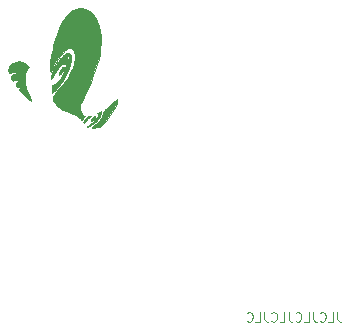
<source format=gbo>
%TF.GenerationSoftware,KiCad,Pcbnew,(5.1.10-1-10_14)*%
%TF.CreationDate,2023-04-29T19:49:45+08:00*%
%TF.ProjectId,GB_DevCartExtender_Mainboard,47425f44-6576-4436-9172-74457874656e,1.0*%
%TF.SameCoordinates,Original*%
%TF.FileFunction,Legend,Bot*%
%TF.FilePolarity,Positive*%
%FSLAX46Y46*%
G04 Gerber Fmt 4.6, Leading zero omitted, Abs format (unit mm)*
G04 Created by KiCad (PCBNEW (5.1.10-1-10_14)) date 2023-04-29 19:49:45*
%MOMM*%
%LPD*%
G01*
G04 APERTURE LIST*
%ADD10C,0.100000*%
%ADD11C,0.010000*%
G04 APERTURE END LIST*
D10*
X112915238Y-144341904D02*
X112915238Y-144913333D01*
X112953333Y-145027619D01*
X113029523Y-145103809D01*
X113143809Y-145141904D01*
X113220000Y-145141904D01*
X112153333Y-145141904D02*
X112534285Y-145141904D01*
X112534285Y-144341904D01*
X111429523Y-145065714D02*
X111467619Y-145103809D01*
X111581904Y-145141904D01*
X111658095Y-145141904D01*
X111772380Y-145103809D01*
X111848571Y-145027619D01*
X111886666Y-144951428D01*
X111924761Y-144799047D01*
X111924761Y-144684761D01*
X111886666Y-144532380D01*
X111848571Y-144456190D01*
X111772380Y-144380000D01*
X111658095Y-144341904D01*
X111581904Y-144341904D01*
X111467619Y-144380000D01*
X111429523Y-144418095D01*
X110858095Y-144341904D02*
X110858095Y-144913333D01*
X110896190Y-145027619D01*
X110972380Y-145103809D01*
X111086666Y-145141904D01*
X111162857Y-145141904D01*
X110096190Y-145141904D02*
X110477142Y-145141904D01*
X110477142Y-144341904D01*
X109372380Y-145065714D02*
X109410476Y-145103809D01*
X109524761Y-145141904D01*
X109600952Y-145141904D01*
X109715238Y-145103809D01*
X109791428Y-145027619D01*
X109829523Y-144951428D01*
X109867619Y-144799047D01*
X109867619Y-144684761D01*
X109829523Y-144532380D01*
X109791428Y-144456190D01*
X109715238Y-144380000D01*
X109600952Y-144341904D01*
X109524761Y-144341904D01*
X109410476Y-144380000D01*
X109372380Y-144418095D01*
X108800952Y-144341904D02*
X108800952Y-144913333D01*
X108839047Y-145027619D01*
X108915238Y-145103809D01*
X109029523Y-145141904D01*
X109105714Y-145141904D01*
X108039047Y-145141904D02*
X108420000Y-145141904D01*
X108420000Y-144341904D01*
X107315238Y-145065714D02*
X107353333Y-145103809D01*
X107467619Y-145141904D01*
X107543809Y-145141904D01*
X107658095Y-145103809D01*
X107734285Y-145027619D01*
X107772380Y-144951428D01*
X107810476Y-144799047D01*
X107810476Y-144684761D01*
X107772380Y-144532380D01*
X107734285Y-144456190D01*
X107658095Y-144380000D01*
X107543809Y-144341904D01*
X107467619Y-144341904D01*
X107353333Y-144380000D01*
X107315238Y-144418095D01*
X106743809Y-144341904D02*
X106743809Y-144913333D01*
X106781904Y-145027619D01*
X106858095Y-145103809D01*
X106972380Y-145141904D01*
X107048571Y-145141904D01*
X105981904Y-145141904D02*
X106362857Y-145141904D01*
X106362857Y-144341904D01*
X105258095Y-145065714D02*
X105296190Y-145103809D01*
X105410476Y-145141904D01*
X105486666Y-145141904D01*
X105600952Y-145103809D01*
X105677142Y-145027619D01*
X105715238Y-144951428D01*
X105753333Y-144799047D01*
X105753333Y-144684761D01*
X105715238Y-144532380D01*
X105677142Y-144456190D01*
X105600952Y-144380000D01*
X105486666Y-144341904D01*
X105410476Y-144341904D01*
X105296190Y-144380000D01*
X105258095Y-144418095D01*
D11*
%TO.C,G\u002A\u002A\u002A*%
G36*
X94233010Y-126322539D02*
G01*
X94161155Y-126381073D01*
X94059546Y-126470224D01*
X93936018Y-126583114D01*
X93798407Y-126712865D01*
X93795862Y-126715300D01*
X93655697Y-126846959D01*
X93526965Y-126963209D01*
X93418158Y-127056748D01*
X93337767Y-127120275D01*
X93294590Y-127146411D01*
X93251205Y-127170442D01*
X93219166Y-127226278D01*
X93190802Y-127328396D01*
X93185677Y-127351951D01*
X93110613Y-127578840D01*
X92981158Y-127819303D01*
X92802546Y-128065074D01*
X92581726Y-128306192D01*
X92464243Y-128418694D01*
X92353353Y-128519337D01*
X92261917Y-128596778D01*
X92204878Y-128638475D01*
X92134395Y-128688569D01*
X92107359Y-128726121D01*
X92128588Y-128742592D01*
X92146438Y-128742007D01*
X92199336Y-128734896D01*
X92289538Y-128721546D01*
X92344875Y-128713039D01*
X92477422Y-128696961D01*
X92615910Y-128686803D01*
X92654091Y-128685531D01*
X92736301Y-128679475D01*
X92804967Y-128658782D01*
X92878611Y-128614385D01*
X92975756Y-128537221D01*
X93001441Y-128515524D01*
X93172167Y-128353648D01*
X93349795Y-128155156D01*
X93528249Y-127929686D01*
X93701454Y-127686872D01*
X93863336Y-127436350D01*
X94007820Y-127187756D01*
X94128829Y-126950724D01*
X94220289Y-126734891D01*
X94276126Y-126549892D01*
X94288578Y-126474026D01*
X94295041Y-126366863D01*
X94285520Y-126312664D01*
X94267276Y-126301500D01*
X94233010Y-126322539D01*
G37*
X94233010Y-126322539D02*
X94161155Y-126381073D01*
X94059546Y-126470224D01*
X93936018Y-126583114D01*
X93798407Y-126712865D01*
X93795862Y-126715300D01*
X93655697Y-126846959D01*
X93526965Y-126963209D01*
X93418158Y-127056748D01*
X93337767Y-127120275D01*
X93294590Y-127146411D01*
X93251205Y-127170442D01*
X93219166Y-127226278D01*
X93190802Y-127328396D01*
X93185677Y-127351951D01*
X93110613Y-127578840D01*
X92981158Y-127819303D01*
X92802546Y-128065074D01*
X92581726Y-128306192D01*
X92464243Y-128418694D01*
X92353353Y-128519337D01*
X92261917Y-128596778D01*
X92204878Y-128638475D01*
X92134395Y-128688569D01*
X92107359Y-128726121D01*
X92128588Y-128742592D01*
X92146438Y-128742007D01*
X92199336Y-128734896D01*
X92289538Y-128721546D01*
X92344875Y-128713039D01*
X92477422Y-128696961D01*
X92615910Y-128686803D01*
X92654091Y-128685531D01*
X92736301Y-128679475D01*
X92804967Y-128658782D01*
X92878611Y-128614385D01*
X92975756Y-128537221D01*
X93001441Y-128515524D01*
X93172167Y-128353648D01*
X93349795Y-128155156D01*
X93528249Y-127929686D01*
X93701454Y-127686872D01*
X93863336Y-127436350D01*
X94007820Y-127187756D01*
X94128829Y-126950724D01*
X94220289Y-126734891D01*
X94276126Y-126549892D01*
X94288578Y-126474026D01*
X94295041Y-126366863D01*
X94285520Y-126312664D01*
X94267276Y-126301500D01*
X94233010Y-126322539D01*
G36*
X92602193Y-127521948D02*
G01*
X92611522Y-127528090D01*
X92628880Y-127566984D01*
X92626586Y-127626384D01*
X92627881Y-127717318D01*
X92649612Y-127801262D01*
X92671040Y-127872877D01*
X92655320Y-127921079D01*
X92631633Y-127946649D01*
X92592564Y-127981554D01*
X92592285Y-127968517D01*
X92608826Y-127934914D01*
X92624991Y-127866025D01*
X92615952Y-127827443D01*
X92589471Y-127817930D01*
X92544559Y-127854857D01*
X92477844Y-127939503D01*
X92421173Y-128026504D01*
X92387913Y-128095459D01*
X92384268Y-128126348D01*
X92385983Y-128142237D01*
X92376700Y-128135337D01*
X92334074Y-128132321D01*
X92307718Y-128147488D01*
X92281605Y-128189388D01*
X92301863Y-128227933D01*
X92321760Y-128276227D01*
X92297582Y-128311033D01*
X92268735Y-128330848D01*
X92274055Y-128298570D01*
X92275706Y-128293812D01*
X92280557Y-128246577D01*
X92247186Y-128247061D01*
X92178876Y-128294927D01*
X92167171Y-128304987D01*
X92094981Y-128364058D01*
X92000279Y-128436586D01*
X91956944Y-128468397D01*
X91884998Y-128527991D01*
X91844811Y-128576660D01*
X91841858Y-128595561D01*
X91833634Y-128612070D01*
X91793227Y-128604636D01*
X91739077Y-128599968D01*
X91725750Y-128617110D01*
X91749994Y-128648394D01*
X91814493Y-128647065D01*
X91906897Y-128616081D01*
X92014859Y-128558397D01*
X92040406Y-128541789D01*
X92177439Y-128444393D01*
X92296262Y-128350771D01*
X92223167Y-128350771D01*
X92208461Y-128392159D01*
X92196709Y-128397000D01*
X92185759Y-128386850D01*
X92138500Y-128386850D01*
X92115936Y-128421247D01*
X92061385Y-128475453D01*
X91994563Y-128532411D01*
X91935186Y-128575062D01*
X91906677Y-128587425D01*
X91910859Y-128569444D01*
X91952683Y-128524599D01*
X91970177Y-128508618D01*
X92057941Y-128431523D01*
X92108607Y-128389886D01*
X92132119Y-128376511D01*
X92138424Y-128384204D01*
X92138500Y-128386850D01*
X92185759Y-128386850D01*
X92170758Y-128372945D01*
X92170250Y-128367123D01*
X92192997Y-128323484D01*
X92196709Y-128320895D01*
X92219901Y-128330608D01*
X92223167Y-128350771D01*
X92296262Y-128350771D01*
X92300588Y-128347363D01*
X92399838Y-128259513D01*
X92421658Y-128236182D01*
X92384716Y-128236182D01*
X92380373Y-128238250D01*
X92351399Y-128215898D01*
X92344875Y-128206500D01*
X92336785Y-128176817D01*
X92341128Y-128174750D01*
X92370102Y-128197101D01*
X92376625Y-128206500D01*
X92384716Y-128236182D01*
X92421658Y-128236182D01*
X92464266Y-128190625D01*
X92456000Y-128190625D01*
X92440125Y-128206500D01*
X92424250Y-128190625D01*
X92440125Y-128174750D01*
X92456000Y-128190625D01*
X92464266Y-128190625D01*
X92465172Y-128189657D01*
X92486709Y-128149063D01*
X92506960Y-128123847D01*
X92522668Y-128129082D01*
X92540807Y-128129546D01*
X92526570Y-128095375D01*
X92456000Y-128095375D01*
X92440125Y-128111250D01*
X92424250Y-128095375D01*
X92440125Y-128079500D01*
X92456000Y-128095375D01*
X92526570Y-128095375D01*
X92521551Y-128083331D01*
X92507874Y-128018386D01*
X92518997Y-127947419D01*
X92548244Y-127897576D01*
X92569360Y-127889000D01*
X92568851Y-127912464D01*
X92549426Y-127955908D01*
X92525683Y-128024593D01*
X92541206Y-128053607D01*
X92584680Y-128041673D01*
X92644793Y-127987514D01*
X92660194Y-127968413D01*
X92712065Y-127893433D01*
X92726082Y-127845808D01*
X92707446Y-127806219D01*
X92704767Y-127802901D01*
X92675503Y-127736539D01*
X92662423Y-127645961D01*
X92662375Y-127640638D01*
X92651729Y-127561225D01*
X92624530Y-127522072D01*
X92621894Y-127521316D01*
X92602193Y-127521948D01*
G37*
X92602193Y-127521948D02*
X92611522Y-127528090D01*
X92628880Y-127566984D01*
X92626586Y-127626384D01*
X92627881Y-127717318D01*
X92649612Y-127801262D01*
X92671040Y-127872877D01*
X92655320Y-127921079D01*
X92631633Y-127946649D01*
X92592564Y-127981554D01*
X92592285Y-127968517D01*
X92608826Y-127934914D01*
X92624991Y-127866025D01*
X92615952Y-127827443D01*
X92589471Y-127817930D01*
X92544559Y-127854857D01*
X92477844Y-127939503D01*
X92421173Y-128026504D01*
X92387913Y-128095459D01*
X92384268Y-128126348D01*
X92385983Y-128142237D01*
X92376700Y-128135337D01*
X92334074Y-128132321D01*
X92307718Y-128147488D01*
X92281605Y-128189388D01*
X92301863Y-128227933D01*
X92321760Y-128276227D01*
X92297582Y-128311033D01*
X92268735Y-128330848D01*
X92274055Y-128298570D01*
X92275706Y-128293812D01*
X92280557Y-128246577D01*
X92247186Y-128247061D01*
X92178876Y-128294927D01*
X92167171Y-128304987D01*
X92094981Y-128364058D01*
X92000279Y-128436586D01*
X91956944Y-128468397D01*
X91884998Y-128527991D01*
X91844811Y-128576660D01*
X91841858Y-128595561D01*
X91833634Y-128612070D01*
X91793227Y-128604636D01*
X91739077Y-128599968D01*
X91725750Y-128617110D01*
X91749994Y-128648394D01*
X91814493Y-128647065D01*
X91906897Y-128616081D01*
X92014859Y-128558397D01*
X92040406Y-128541789D01*
X92177439Y-128444393D01*
X92296262Y-128350771D01*
X92223167Y-128350771D01*
X92208461Y-128392159D01*
X92196709Y-128397000D01*
X92185759Y-128386850D01*
X92138500Y-128386850D01*
X92115936Y-128421247D01*
X92061385Y-128475453D01*
X91994563Y-128532411D01*
X91935186Y-128575062D01*
X91906677Y-128587425D01*
X91910859Y-128569444D01*
X91952683Y-128524599D01*
X91970177Y-128508618D01*
X92057941Y-128431523D01*
X92108607Y-128389886D01*
X92132119Y-128376511D01*
X92138424Y-128384204D01*
X92138500Y-128386850D01*
X92185759Y-128386850D01*
X92170758Y-128372945D01*
X92170250Y-128367123D01*
X92192997Y-128323484D01*
X92196709Y-128320895D01*
X92219901Y-128330608D01*
X92223167Y-128350771D01*
X92296262Y-128350771D01*
X92300588Y-128347363D01*
X92399838Y-128259513D01*
X92421658Y-128236182D01*
X92384716Y-128236182D01*
X92380373Y-128238250D01*
X92351399Y-128215898D01*
X92344875Y-128206500D01*
X92336785Y-128176817D01*
X92341128Y-128174750D01*
X92370102Y-128197101D01*
X92376625Y-128206500D01*
X92384716Y-128236182D01*
X92421658Y-128236182D01*
X92464266Y-128190625D01*
X92456000Y-128190625D01*
X92440125Y-128206500D01*
X92424250Y-128190625D01*
X92440125Y-128174750D01*
X92456000Y-128190625D01*
X92464266Y-128190625D01*
X92465172Y-128189657D01*
X92486709Y-128149063D01*
X92506960Y-128123847D01*
X92522668Y-128129082D01*
X92540807Y-128129546D01*
X92526570Y-128095375D01*
X92456000Y-128095375D01*
X92440125Y-128111250D01*
X92424250Y-128095375D01*
X92440125Y-128079500D01*
X92456000Y-128095375D01*
X92526570Y-128095375D01*
X92521551Y-128083331D01*
X92507874Y-128018386D01*
X92518997Y-127947419D01*
X92548244Y-127897576D01*
X92569360Y-127889000D01*
X92568851Y-127912464D01*
X92549426Y-127955908D01*
X92525683Y-128024593D01*
X92541206Y-128053607D01*
X92584680Y-128041673D01*
X92644793Y-127987514D01*
X92660194Y-127968413D01*
X92712065Y-127893433D01*
X92726082Y-127845808D01*
X92707446Y-127806219D01*
X92704767Y-127802901D01*
X92675503Y-127736539D01*
X92662423Y-127645961D01*
X92662375Y-127640638D01*
X92651729Y-127561225D01*
X92624530Y-127522072D01*
X92621894Y-127521316D01*
X92602193Y-127521948D01*
G36*
X91995026Y-127723108D02*
G01*
X91928725Y-127753004D01*
X91874806Y-127788187D01*
X91865605Y-127797088D01*
X91805826Y-127843473D01*
X91762386Y-127857250D01*
X91736171Y-127849524D01*
X91761635Y-127820417D01*
X91775245Y-127809615D01*
X91817251Y-127775559D01*
X91807442Y-127773073D01*
X91770716Y-127785802D01*
X91710630Y-127823517D01*
X91635376Y-127891247D01*
X91602827Y-127926310D01*
X91537624Y-128013646D01*
X91536270Y-128017968D01*
X91553987Y-128027512D01*
X91574588Y-128043409D01*
X91609438Y-128090992D01*
X91604411Y-128131686D01*
X91575710Y-128143000D01*
X91572814Y-128127182D01*
X91577308Y-128122108D01*
X91577738Y-128083863D01*
X91558788Y-128050671D01*
X91536050Y-128018669D01*
X91516126Y-128082258D01*
X91520536Y-128120444D01*
X91521870Y-128187969D01*
X91485497Y-128218798D01*
X91449716Y-128226721D01*
X91464758Y-128199052D01*
X91465443Y-128198224D01*
X91482152Y-128138711D01*
X91473405Y-128113927D01*
X91448835Y-128093137D01*
X91428062Y-128130655D01*
X91426877Y-128134332D01*
X91419817Y-128205236D01*
X91435224Y-128270006D01*
X91466166Y-128301478D01*
X91469604Y-128301750D01*
X91498644Y-128278721D01*
X91556367Y-128217312D01*
X91632181Y-128129037D01*
X91662714Y-128091849D01*
X91758606Y-127982064D01*
X91804250Y-127936047D01*
X91707419Y-127936047D01*
X91707166Y-127968349D01*
X91703675Y-127982435D01*
X91683539Y-128038830D01*
X91662303Y-128038580D01*
X91648599Y-128019597D01*
X91654560Y-127978856D01*
X91675977Y-127954282D01*
X91707419Y-127936047D01*
X91804250Y-127936047D01*
X91857724Y-127882137D01*
X91941275Y-127810777D01*
X91954008Y-127801880D01*
X92025922Y-127752860D01*
X92069261Y-127720559D01*
X92075000Y-127714558D01*
X92051266Y-127707344D01*
X91995026Y-127723108D01*
G37*
X91995026Y-127723108D02*
X91928725Y-127753004D01*
X91874806Y-127788187D01*
X91865605Y-127797088D01*
X91805826Y-127843473D01*
X91762386Y-127857250D01*
X91736171Y-127849524D01*
X91761635Y-127820417D01*
X91775245Y-127809615D01*
X91817251Y-127775559D01*
X91807442Y-127773073D01*
X91770716Y-127785802D01*
X91710630Y-127823517D01*
X91635376Y-127891247D01*
X91602827Y-127926310D01*
X91537624Y-128013646D01*
X91536270Y-128017968D01*
X91553987Y-128027512D01*
X91574588Y-128043409D01*
X91609438Y-128090992D01*
X91604411Y-128131686D01*
X91575710Y-128143000D01*
X91572814Y-128127182D01*
X91577308Y-128122108D01*
X91577738Y-128083863D01*
X91558788Y-128050671D01*
X91536050Y-128018669D01*
X91516126Y-128082258D01*
X91520536Y-128120444D01*
X91521870Y-128187969D01*
X91485497Y-128218798D01*
X91449716Y-128226721D01*
X91464758Y-128199052D01*
X91465443Y-128198224D01*
X91482152Y-128138711D01*
X91473405Y-128113927D01*
X91448835Y-128093137D01*
X91428062Y-128130655D01*
X91426877Y-128134332D01*
X91419817Y-128205236D01*
X91435224Y-128270006D01*
X91466166Y-128301478D01*
X91469604Y-128301750D01*
X91498644Y-128278721D01*
X91556367Y-128217312D01*
X91632181Y-128129037D01*
X91662714Y-128091849D01*
X91758606Y-127982064D01*
X91804250Y-127936047D01*
X91707419Y-127936047D01*
X91707166Y-127968349D01*
X91703675Y-127982435D01*
X91683539Y-128038830D01*
X91662303Y-128038580D01*
X91648599Y-128019597D01*
X91654560Y-127978856D01*
X91675977Y-127954282D01*
X91707419Y-127936047D01*
X91804250Y-127936047D01*
X91857724Y-127882137D01*
X91941275Y-127810777D01*
X91954008Y-127801880D01*
X92025922Y-127752860D01*
X92069261Y-127720559D01*
X92075000Y-127714558D01*
X92051266Y-127707344D01*
X91995026Y-127723108D01*
G36*
X92289163Y-127786196D02*
G01*
X92216772Y-127848054D01*
X92145902Y-127931476D01*
X92088726Y-128020365D01*
X92057418Y-128098624D01*
X92060772Y-128145664D01*
X92093606Y-128172009D01*
X92144400Y-128157454D01*
X92214228Y-128108446D01*
X92287376Y-128035496D01*
X92344850Y-127950543D01*
X92381080Y-127867710D01*
X92390493Y-127801119D01*
X92367519Y-127764892D01*
X92350903Y-127762000D01*
X92289163Y-127786196D01*
G37*
X92289163Y-127786196D02*
X92216772Y-127848054D01*
X92145902Y-127931476D01*
X92088726Y-128020365D01*
X92057418Y-128098624D01*
X92060772Y-128145664D01*
X92093606Y-128172009D01*
X92144400Y-128157454D01*
X92214228Y-128108446D01*
X92287376Y-128035496D01*
X92344850Y-127950543D01*
X92381080Y-127867710D01*
X92390493Y-127801119D01*
X92367519Y-127764892D01*
X92350903Y-127762000D01*
X92289163Y-127786196D01*
G36*
X90763778Y-118645382D02*
G01*
X90522148Y-118757329D01*
X90286423Y-118927553D01*
X90059024Y-119153450D01*
X89842374Y-119432411D01*
X89638894Y-119761832D01*
X89451005Y-120139106D01*
X89349615Y-120380125D01*
X89252089Y-120632046D01*
X89166852Y-120864832D01*
X89090311Y-121090514D01*
X89018870Y-121321122D01*
X88948934Y-121568687D01*
X88876910Y-121845240D01*
X88799201Y-122162812D01*
X88732996Y-122443875D01*
X88685072Y-122652881D01*
X88650260Y-122816763D01*
X88626472Y-122952052D01*
X88611621Y-123075278D01*
X88603619Y-123202972D01*
X88600380Y-123351665D01*
X88599814Y-123498606D01*
X88602046Y-123703859D01*
X88608669Y-123862108D01*
X88619323Y-123967915D01*
X88633651Y-124015840D01*
X88633922Y-124016121D01*
X88660192Y-124013920D01*
X88701744Y-123965010D01*
X88761726Y-123864972D01*
X88819982Y-123755140D01*
X89050614Y-123321749D01*
X89265881Y-122949212D01*
X89466398Y-122636929D01*
X89652779Y-122384297D01*
X89825638Y-122190716D01*
X89985590Y-122055582D01*
X90133249Y-121978295D01*
X90269231Y-121958253D01*
X90394149Y-121994854D01*
X90508618Y-122087497D01*
X90515489Y-122095191D01*
X90594723Y-122207786D01*
X90648450Y-122341902D01*
X90679925Y-122510049D01*
X90692400Y-122724733D01*
X90692912Y-122777250D01*
X90684162Y-123003219D01*
X90653563Y-123214684D01*
X90596855Y-123426958D01*
X90509772Y-123655351D01*
X90388053Y-123915175D01*
X90361443Y-123967822D01*
X90072023Y-124484082D01*
X89754523Y-124950938D01*
X89401727Y-125378959D01*
X89387616Y-125394502D01*
X89214558Y-125585626D01*
X89080369Y-125737366D01*
X88980269Y-125856457D01*
X88909478Y-125949632D01*
X88863214Y-126023628D01*
X88836697Y-126085177D01*
X88825148Y-126141016D01*
X88823530Y-126189154D01*
X88854989Y-126365212D01*
X88937224Y-126553101D01*
X89062933Y-126738984D01*
X89183277Y-126870617D01*
X89337199Y-127003693D01*
X89506934Y-127117760D01*
X89706920Y-127221009D01*
X89951595Y-127321631D01*
X90027125Y-127349388D01*
X90287885Y-127452760D01*
X90541155Y-127570712D01*
X90772816Y-127695712D01*
X90968750Y-127820226D01*
X91096615Y-127920015D01*
X91183657Y-127996310D01*
X91250760Y-128052720D01*
X91285464Y-128078823D01*
X91287305Y-128079500D01*
X91311407Y-128056555D01*
X91362143Y-127996943D01*
X91416640Y-127928687D01*
X91534220Y-127777875D01*
X91463298Y-127730652D01*
X91289364Y-127580033D01*
X91169413Y-127397642D01*
X91104793Y-127187230D01*
X91096854Y-126952551D01*
X91123479Y-126785497D01*
X91146707Y-126717584D01*
X91194172Y-126603517D01*
X91261188Y-126453673D01*
X91343069Y-126278429D01*
X91435127Y-126088161D01*
X91472617Y-126012445D01*
X91767324Y-125403931D01*
X92023021Y-124837960D01*
X92241739Y-124308622D01*
X92425505Y-123810003D01*
X92576350Y-123336191D01*
X92696304Y-122881274D01*
X92787395Y-122439340D01*
X92851653Y-122004476D01*
X92853379Y-121989841D01*
X92893832Y-121459414D01*
X92887638Y-120962759D01*
X92835306Y-120501836D01*
X92737342Y-120078609D01*
X92594256Y-119695039D01*
X92406555Y-119353089D01*
X92174747Y-119054720D01*
X92064347Y-118942863D01*
X91838989Y-118772762D01*
X91583141Y-118657112D01*
X91301378Y-118597423D01*
X91008891Y-118594321D01*
X90763778Y-118645382D01*
G37*
X90763778Y-118645382D02*
X90522148Y-118757329D01*
X90286423Y-118927553D01*
X90059024Y-119153450D01*
X89842374Y-119432411D01*
X89638894Y-119761832D01*
X89451005Y-120139106D01*
X89349615Y-120380125D01*
X89252089Y-120632046D01*
X89166852Y-120864832D01*
X89090311Y-121090514D01*
X89018870Y-121321122D01*
X88948934Y-121568687D01*
X88876910Y-121845240D01*
X88799201Y-122162812D01*
X88732996Y-122443875D01*
X88685072Y-122652881D01*
X88650260Y-122816763D01*
X88626472Y-122952052D01*
X88611621Y-123075278D01*
X88603619Y-123202972D01*
X88600380Y-123351665D01*
X88599814Y-123498606D01*
X88602046Y-123703859D01*
X88608669Y-123862108D01*
X88619323Y-123967915D01*
X88633651Y-124015840D01*
X88633922Y-124016121D01*
X88660192Y-124013920D01*
X88701744Y-123965010D01*
X88761726Y-123864972D01*
X88819982Y-123755140D01*
X89050614Y-123321749D01*
X89265881Y-122949212D01*
X89466398Y-122636929D01*
X89652779Y-122384297D01*
X89825638Y-122190716D01*
X89985590Y-122055582D01*
X90133249Y-121978295D01*
X90269231Y-121958253D01*
X90394149Y-121994854D01*
X90508618Y-122087497D01*
X90515489Y-122095191D01*
X90594723Y-122207786D01*
X90648450Y-122341902D01*
X90679925Y-122510049D01*
X90692400Y-122724733D01*
X90692912Y-122777250D01*
X90684162Y-123003219D01*
X90653563Y-123214684D01*
X90596855Y-123426958D01*
X90509772Y-123655351D01*
X90388053Y-123915175D01*
X90361443Y-123967822D01*
X90072023Y-124484082D01*
X89754523Y-124950938D01*
X89401727Y-125378959D01*
X89387616Y-125394502D01*
X89214558Y-125585626D01*
X89080369Y-125737366D01*
X88980269Y-125856457D01*
X88909478Y-125949632D01*
X88863214Y-126023628D01*
X88836697Y-126085177D01*
X88825148Y-126141016D01*
X88823530Y-126189154D01*
X88854989Y-126365212D01*
X88937224Y-126553101D01*
X89062933Y-126738984D01*
X89183277Y-126870617D01*
X89337199Y-127003693D01*
X89506934Y-127117760D01*
X89706920Y-127221009D01*
X89951595Y-127321631D01*
X90027125Y-127349388D01*
X90287885Y-127452760D01*
X90541155Y-127570712D01*
X90772816Y-127695712D01*
X90968750Y-127820226D01*
X91096615Y-127920015D01*
X91183657Y-127996310D01*
X91250760Y-128052720D01*
X91285464Y-128078823D01*
X91287305Y-128079500D01*
X91311407Y-128056555D01*
X91362143Y-127996943D01*
X91416640Y-127928687D01*
X91534220Y-127777875D01*
X91463298Y-127730652D01*
X91289364Y-127580033D01*
X91169413Y-127397642D01*
X91104793Y-127187230D01*
X91096854Y-126952551D01*
X91123479Y-126785497D01*
X91146707Y-126717584D01*
X91194172Y-126603517D01*
X91261188Y-126453673D01*
X91343069Y-126278429D01*
X91435127Y-126088161D01*
X91472617Y-126012445D01*
X91767324Y-125403931D01*
X92023021Y-124837960D01*
X92241739Y-124308622D01*
X92425505Y-123810003D01*
X92576350Y-123336191D01*
X92696304Y-122881274D01*
X92787395Y-122439340D01*
X92851653Y-122004476D01*
X92853379Y-121989841D01*
X92893832Y-121459414D01*
X92887638Y-120962759D01*
X92835306Y-120501836D01*
X92737342Y-120078609D01*
X92594256Y-119695039D01*
X92406555Y-119353089D01*
X92174747Y-119054720D01*
X92064347Y-118942863D01*
X91838989Y-118772762D01*
X91583141Y-118657112D01*
X91301378Y-118597423D01*
X91008891Y-118594321D01*
X90763778Y-118645382D01*
G36*
X92855529Y-127387429D02*
G01*
X92845478Y-127452334D01*
X92848883Y-127480100D01*
X92852617Y-127547210D01*
X92834333Y-127571500D01*
X92817617Y-127551353D01*
X92824460Y-127534354D01*
X92826036Y-127510752D01*
X92791987Y-127518479D01*
X92734525Y-127536857D01*
X92715341Y-127540236D01*
X92718338Y-127553829D01*
X92739400Y-127569375D01*
X92781353Y-127621775D01*
X92795068Y-127689895D01*
X92775722Y-127743521D01*
X92768151Y-127749430D01*
X92746875Y-127752712D01*
X92754438Y-127735407D01*
X92758774Y-127680837D01*
X92744434Y-127643188D01*
X92722324Y-127614895D01*
X92712839Y-127638141D01*
X92710966Y-127688688D01*
X92721185Y-127773793D01*
X92748958Y-127809556D01*
X92786878Y-127790191D01*
X92805126Y-127762233D01*
X92825129Y-127699050D01*
X92820720Y-127666093D01*
X92823134Y-127637280D01*
X92833852Y-127635000D01*
X92861171Y-127607780D01*
X92891491Y-127542332D01*
X92916827Y-127462969D01*
X92920139Y-127444500D01*
X92900500Y-127444500D01*
X92888884Y-127470633D01*
X92879334Y-127465666D01*
X92875534Y-127427986D01*
X92879334Y-127423333D01*
X92898209Y-127427691D01*
X92900500Y-127444500D01*
X92920139Y-127444500D01*
X92929198Y-127394004D01*
X92923575Y-127361740D01*
X92885191Y-127351480D01*
X92855529Y-127387429D01*
G37*
X92855529Y-127387429D02*
X92845478Y-127452334D01*
X92848883Y-127480100D01*
X92852617Y-127547210D01*
X92834333Y-127571500D01*
X92817617Y-127551353D01*
X92824460Y-127534354D01*
X92826036Y-127510752D01*
X92791987Y-127518479D01*
X92734525Y-127536857D01*
X92715341Y-127540236D01*
X92718338Y-127553829D01*
X92739400Y-127569375D01*
X92781353Y-127621775D01*
X92795068Y-127689895D01*
X92775722Y-127743521D01*
X92768151Y-127749430D01*
X92746875Y-127752712D01*
X92754438Y-127735407D01*
X92758774Y-127680837D01*
X92744434Y-127643188D01*
X92722324Y-127614895D01*
X92712839Y-127638141D01*
X92710966Y-127688688D01*
X92721185Y-127773793D01*
X92748958Y-127809556D01*
X92786878Y-127790191D01*
X92805126Y-127762233D01*
X92825129Y-127699050D01*
X92820720Y-127666093D01*
X92823134Y-127637280D01*
X92833852Y-127635000D01*
X92861171Y-127607780D01*
X92891491Y-127542332D01*
X92916827Y-127462969D01*
X92920139Y-127444500D01*
X92900500Y-127444500D01*
X92888884Y-127470633D01*
X92879334Y-127465666D01*
X92875534Y-127427986D01*
X92879334Y-127423333D01*
X92898209Y-127427691D01*
X92900500Y-127444500D01*
X92920139Y-127444500D01*
X92929198Y-127394004D01*
X92923575Y-127361740D01*
X92885191Y-127351480D01*
X92855529Y-127387429D01*
G36*
X92741750Y-127435300D02*
G01*
X92690280Y-127460431D01*
X92678250Y-127479953D01*
X92684928Y-127504546D01*
X92686188Y-127504316D01*
X92719352Y-127494282D01*
X92749688Y-127486113D01*
X92796746Y-127461385D01*
X92805250Y-127445144D01*
X92779906Y-127430665D01*
X92741750Y-127435300D01*
G37*
X92741750Y-127435300D02*
X92690280Y-127460431D01*
X92678250Y-127479953D01*
X92684928Y-127504546D01*
X92686188Y-127504316D01*
X92719352Y-127494282D01*
X92749688Y-127486113D01*
X92796746Y-127461385D01*
X92805250Y-127445144D01*
X92779906Y-127430665D01*
X92741750Y-127435300D01*
G36*
X85732298Y-123132737D02*
G01*
X85480657Y-123218658D01*
X85436392Y-123239933D01*
X85258464Y-123356490D01*
X85137729Y-123500231D01*
X85073113Y-123673103D01*
X85063537Y-123877054D01*
X85066631Y-123909119D01*
X85085356Y-124021352D01*
X85118108Y-124079093D01*
X85177756Y-124089767D01*
X85277170Y-124060802D01*
X85308539Y-124048712D01*
X85465886Y-124007225D01*
X85655813Y-123987686D01*
X85850805Y-123991525D01*
X85994875Y-124013051D01*
X86045775Y-124026519D01*
X86049912Y-124036839D01*
X86001325Y-124048494D01*
X85932623Y-124059868D01*
X85763621Y-124097398D01*
X85598671Y-124152581D01*
X85456838Y-124217810D01*
X85357190Y-124285477D01*
X85350068Y-124292296D01*
X85301418Y-124352647D01*
X85283930Y-124418983D01*
X85288987Y-124513311D01*
X85314329Y-124640073D01*
X85360726Y-124711608D01*
X85436726Y-124734945D01*
X85540202Y-124719873D01*
X85652477Y-124703558D01*
X85788344Y-124699905D01*
X85864285Y-124704490D01*
X86050818Y-124723742D01*
X85959347Y-124770268D01*
X85832279Y-124852314D01*
X85740717Y-124946596D01*
X85695901Y-125040599D01*
X85693250Y-125066593D01*
X85700852Y-125168293D01*
X85732747Y-125225042D01*
X85802570Y-125249319D01*
X85897731Y-125253750D01*
X85995063Y-125257135D01*
X86063882Y-125265807D01*
X86082808Y-125272890D01*
X86074358Y-125303670D01*
X86028817Y-125354620D01*
X86017803Y-125364409D01*
X85973682Y-125411116D01*
X85957441Y-125459561D01*
X85972861Y-125518805D01*
X86023724Y-125597906D01*
X86113813Y-125705924D01*
X86200232Y-125801413D01*
X86283417Y-125885167D01*
X86391481Y-125984508D01*
X86513902Y-126090862D01*
X86640159Y-126195657D01*
X86759730Y-126290320D01*
X86862094Y-126366276D01*
X86936731Y-126414953D01*
X86969809Y-126428500D01*
X86966395Y-126402042D01*
X86939494Y-126330566D01*
X86893889Y-126225914D01*
X86851263Y-126134812D01*
X86705154Y-125774038D01*
X86587874Y-125362104D01*
X86503428Y-124920043D01*
X86470239Y-124659124D01*
X86459110Y-124444166D01*
X86472167Y-124260839D01*
X86511538Y-124094811D01*
X86579353Y-123931754D01*
X86675551Y-123760875D01*
X86802485Y-123555125D01*
X86655213Y-123418075D01*
X86438567Y-123252612D01*
X86212021Y-123149827D01*
X85976342Y-123109831D01*
X85732298Y-123132737D01*
G37*
X85732298Y-123132737D02*
X85480657Y-123218658D01*
X85436392Y-123239933D01*
X85258464Y-123356490D01*
X85137729Y-123500231D01*
X85073113Y-123673103D01*
X85063537Y-123877054D01*
X85066631Y-123909119D01*
X85085356Y-124021352D01*
X85118108Y-124079093D01*
X85177756Y-124089767D01*
X85277170Y-124060802D01*
X85308539Y-124048712D01*
X85465886Y-124007225D01*
X85655813Y-123987686D01*
X85850805Y-123991525D01*
X85994875Y-124013051D01*
X86045775Y-124026519D01*
X86049912Y-124036839D01*
X86001325Y-124048494D01*
X85932623Y-124059868D01*
X85763621Y-124097398D01*
X85598671Y-124152581D01*
X85456838Y-124217810D01*
X85357190Y-124285477D01*
X85350068Y-124292296D01*
X85301418Y-124352647D01*
X85283930Y-124418983D01*
X85288987Y-124513311D01*
X85314329Y-124640073D01*
X85360726Y-124711608D01*
X85436726Y-124734945D01*
X85540202Y-124719873D01*
X85652477Y-124703558D01*
X85788344Y-124699905D01*
X85864285Y-124704490D01*
X86050818Y-124723742D01*
X85959347Y-124770268D01*
X85832279Y-124852314D01*
X85740717Y-124946596D01*
X85695901Y-125040599D01*
X85693250Y-125066593D01*
X85700852Y-125168293D01*
X85732747Y-125225042D01*
X85802570Y-125249319D01*
X85897731Y-125253750D01*
X85995063Y-125257135D01*
X86063882Y-125265807D01*
X86082808Y-125272890D01*
X86074358Y-125303670D01*
X86028817Y-125354620D01*
X86017803Y-125364409D01*
X85973682Y-125411116D01*
X85957441Y-125459561D01*
X85972861Y-125518805D01*
X86023724Y-125597906D01*
X86113813Y-125705924D01*
X86200232Y-125801413D01*
X86283417Y-125885167D01*
X86391481Y-125984508D01*
X86513902Y-126090862D01*
X86640159Y-126195657D01*
X86759730Y-126290320D01*
X86862094Y-126366276D01*
X86936731Y-126414953D01*
X86969809Y-126428500D01*
X86966395Y-126402042D01*
X86939494Y-126330566D01*
X86893889Y-126225914D01*
X86851263Y-126134812D01*
X86705154Y-125774038D01*
X86587874Y-125362104D01*
X86503428Y-124920043D01*
X86470239Y-124659124D01*
X86459110Y-124444166D01*
X86472167Y-124260839D01*
X86511538Y-124094811D01*
X86579353Y-123931754D01*
X86675551Y-123760875D01*
X86802485Y-123555125D01*
X86655213Y-123418075D01*
X86438567Y-123252612D01*
X86212021Y-123149827D01*
X85976342Y-123109831D01*
X85732298Y-123132737D01*
G36*
X89535966Y-124420698D02*
G01*
X89535000Y-124428524D01*
X89514012Y-124483611D01*
X89457695Y-124570832D01*
X89376019Y-124677819D01*
X89278957Y-124792209D01*
X89176478Y-124901635D01*
X89080785Y-124991812D01*
X88971806Y-125067178D01*
X88868241Y-125094459D01*
X88849662Y-125095000D01*
X88738034Y-125095000D01*
X88743824Y-125381167D01*
X88747983Y-125516668D01*
X88755017Y-125598127D01*
X88766821Y-125634993D01*
X88785289Y-125636715D01*
X88793825Y-125630642D01*
X88840653Y-125609327D01*
X88858762Y-125614678D01*
X88853409Y-125646481D01*
X88821876Y-125677534D01*
X88781209Y-125723238D01*
X88776569Y-125751952D01*
X88802535Y-125746840D01*
X88859962Y-125703846D01*
X88937332Y-125631832D01*
X88952012Y-125616959D01*
X89051857Y-125513484D01*
X89109289Y-125447596D01*
X89123184Y-125418338D01*
X89041721Y-125418338D01*
X89039148Y-125453651D01*
X89000709Y-125509178D01*
X88998443Y-125511637D01*
X88951275Y-125569859D01*
X88931750Y-125608986D01*
X88920203Y-125634673D01*
X88919234Y-125634750D01*
X88911393Y-125607588D01*
X88911297Y-125555397D01*
X88927460Y-125495668D01*
X88952917Y-125476022D01*
X88955835Y-125474330D01*
X88863741Y-125474330D01*
X88862719Y-125537537D01*
X88830725Y-125581031D01*
X88828563Y-125581972D01*
X88790138Y-125598240D01*
X88785763Y-125600493D01*
X88783724Y-125572595D01*
X88781161Y-125496507D01*
X88778569Y-125387530D01*
X88778125Y-125364875D01*
X88779333Y-125251089D01*
X88786650Y-125166899D01*
X88798577Y-125127802D01*
X88801149Y-125126750D01*
X88814547Y-125154788D01*
X88816391Y-125225592D01*
X88813063Y-125265487D01*
X88810455Y-125364139D01*
X88827064Y-125420972D01*
X88832838Y-125426111D01*
X88863741Y-125474330D01*
X88955835Y-125474330D01*
X88996368Y-125450830D01*
X89004133Y-125436312D01*
X89030230Y-125412878D01*
X89041721Y-125418338D01*
X89123184Y-125418338D01*
X89126394Y-125411579D01*
X89105258Y-125397719D01*
X89047966Y-125398301D01*
X89010315Y-125401271D01*
X88922744Y-125405601D01*
X88881223Y-125394260D01*
X88868837Y-125359799D01*
X88868250Y-125338719D01*
X88888964Y-125279464D01*
X88940116Y-125264883D01*
X89005220Y-125296863D01*
X89029039Y-125320298D01*
X89089734Y-125361842D01*
X89133876Y-125368765D01*
X89193414Y-125341195D01*
X89256748Y-125286181D01*
X89307371Y-125222305D01*
X89312904Y-125208306D01*
X89274866Y-125208306D01*
X89241751Y-125254615D01*
X89183729Y-125283321D01*
X89162591Y-125285500D01*
X89108739Y-125279857D01*
X89108748Y-125255710D01*
X89122250Y-125237875D01*
X89143502Y-125198423D01*
X89126138Y-125190250D01*
X89094872Y-125164471D01*
X89090500Y-125140824D01*
X89084761Y-125109148D01*
X89056305Y-125116603D01*
X89019936Y-125140824D01*
X88942343Y-125181788D01*
X88887081Y-125186025D01*
X88868250Y-125156626D01*
X88888149Y-125138690D01*
X88903550Y-125144818D01*
X88948542Y-125147815D01*
X88959113Y-125138755D01*
X89003371Y-125097982D01*
X89060201Y-125066269D01*
X89107065Y-125053789D01*
X89122250Y-125065120D01*
X89146952Y-125084849D01*
X89185750Y-125079125D01*
X89236964Y-125070758D01*
X89244645Y-125098021D01*
X89216383Y-125160587D01*
X89199733Y-125211133D01*
X89216383Y-125222000D01*
X89247388Y-125197223D01*
X89249250Y-125184958D01*
X89259617Y-125161021D01*
X89265873Y-125164539D01*
X89274866Y-125208306D01*
X89312904Y-125208306D01*
X89328775Y-125168151D01*
X89325358Y-125153213D01*
X89321996Y-125131599D01*
X89336122Y-125137446D01*
X89374730Y-125128910D01*
X89420403Y-125079969D01*
X89460852Y-125014295D01*
X89465620Y-124985599D01*
X89435228Y-124978688D01*
X89423875Y-124978583D01*
X89381723Y-125001274D01*
X89376250Y-125020916D01*
X89355915Y-125059633D01*
X89342172Y-125063250D01*
X89318896Y-125038143D01*
X89319576Y-125007687D01*
X89351823Y-124962223D01*
X89379054Y-124955476D01*
X89413963Y-124936364D01*
X89426783Y-124866549D01*
X89427050Y-124848568D01*
X89443962Y-124751610D01*
X89447304Y-124746851D01*
X89407035Y-124746851D01*
X89387039Y-124803018D01*
X89336984Y-124876161D01*
X89274196Y-124945872D01*
X89216003Y-124991745D01*
X89192593Y-124999419D01*
X89186893Y-124980813D01*
X89220845Y-124933645D01*
X89243351Y-124910267D01*
X89312343Y-124836245D01*
X89364530Y-124769022D01*
X89370480Y-124759454D01*
X89397713Y-124722415D01*
X89406877Y-124741950D01*
X89407035Y-124746851D01*
X89447304Y-124746851D01*
X89481025Y-124698842D01*
X89524919Y-124656152D01*
X89535000Y-124634141D01*
X89515468Y-124633654D01*
X89471500Y-124666375D01*
X89423550Y-124702332D01*
X89411097Y-124695059D01*
X89431808Y-124652325D01*
X89483346Y-124581899D01*
X89504541Y-124556449D01*
X89573620Y-124467887D01*
X89596465Y-124416245D01*
X89574874Y-124396907D01*
X89566750Y-124396500D01*
X89535966Y-124420698D01*
G37*
X89535966Y-124420698D02*
X89535000Y-124428524D01*
X89514012Y-124483611D01*
X89457695Y-124570832D01*
X89376019Y-124677819D01*
X89278957Y-124792209D01*
X89176478Y-124901635D01*
X89080785Y-124991812D01*
X88971806Y-125067178D01*
X88868241Y-125094459D01*
X88849662Y-125095000D01*
X88738034Y-125095000D01*
X88743824Y-125381167D01*
X88747983Y-125516668D01*
X88755017Y-125598127D01*
X88766821Y-125634993D01*
X88785289Y-125636715D01*
X88793825Y-125630642D01*
X88840653Y-125609327D01*
X88858762Y-125614678D01*
X88853409Y-125646481D01*
X88821876Y-125677534D01*
X88781209Y-125723238D01*
X88776569Y-125751952D01*
X88802535Y-125746840D01*
X88859962Y-125703846D01*
X88937332Y-125631832D01*
X88952012Y-125616959D01*
X89051857Y-125513484D01*
X89109289Y-125447596D01*
X89123184Y-125418338D01*
X89041721Y-125418338D01*
X89039148Y-125453651D01*
X89000709Y-125509178D01*
X88998443Y-125511637D01*
X88951275Y-125569859D01*
X88931750Y-125608986D01*
X88920203Y-125634673D01*
X88919234Y-125634750D01*
X88911393Y-125607588D01*
X88911297Y-125555397D01*
X88927460Y-125495668D01*
X88952917Y-125476022D01*
X88955835Y-125474330D01*
X88863741Y-125474330D01*
X88862719Y-125537537D01*
X88830725Y-125581031D01*
X88828563Y-125581972D01*
X88790138Y-125598240D01*
X88785763Y-125600493D01*
X88783724Y-125572595D01*
X88781161Y-125496507D01*
X88778569Y-125387530D01*
X88778125Y-125364875D01*
X88779333Y-125251089D01*
X88786650Y-125166899D01*
X88798577Y-125127802D01*
X88801149Y-125126750D01*
X88814547Y-125154788D01*
X88816391Y-125225592D01*
X88813063Y-125265487D01*
X88810455Y-125364139D01*
X88827064Y-125420972D01*
X88832838Y-125426111D01*
X88863741Y-125474330D01*
X88955835Y-125474330D01*
X88996368Y-125450830D01*
X89004133Y-125436312D01*
X89030230Y-125412878D01*
X89041721Y-125418338D01*
X89123184Y-125418338D01*
X89126394Y-125411579D01*
X89105258Y-125397719D01*
X89047966Y-125398301D01*
X89010315Y-125401271D01*
X88922744Y-125405601D01*
X88881223Y-125394260D01*
X88868837Y-125359799D01*
X88868250Y-125338719D01*
X88888964Y-125279464D01*
X88940116Y-125264883D01*
X89005220Y-125296863D01*
X89029039Y-125320298D01*
X89089734Y-125361842D01*
X89133876Y-125368765D01*
X89193414Y-125341195D01*
X89256748Y-125286181D01*
X89307371Y-125222305D01*
X89312904Y-125208306D01*
X89274866Y-125208306D01*
X89241751Y-125254615D01*
X89183729Y-125283321D01*
X89162591Y-125285500D01*
X89108739Y-125279857D01*
X89108748Y-125255710D01*
X89122250Y-125237875D01*
X89143502Y-125198423D01*
X89126138Y-125190250D01*
X89094872Y-125164471D01*
X89090500Y-125140824D01*
X89084761Y-125109148D01*
X89056305Y-125116603D01*
X89019936Y-125140824D01*
X88942343Y-125181788D01*
X88887081Y-125186025D01*
X88868250Y-125156626D01*
X88888149Y-125138690D01*
X88903550Y-125144818D01*
X88948542Y-125147815D01*
X88959113Y-125138755D01*
X89003371Y-125097982D01*
X89060201Y-125066269D01*
X89107065Y-125053789D01*
X89122250Y-125065120D01*
X89146952Y-125084849D01*
X89185750Y-125079125D01*
X89236964Y-125070758D01*
X89244645Y-125098021D01*
X89216383Y-125160587D01*
X89199733Y-125211133D01*
X89216383Y-125222000D01*
X89247388Y-125197223D01*
X89249250Y-125184958D01*
X89259617Y-125161021D01*
X89265873Y-125164539D01*
X89274866Y-125208306D01*
X89312904Y-125208306D01*
X89328775Y-125168151D01*
X89325358Y-125153213D01*
X89321996Y-125131599D01*
X89336122Y-125137446D01*
X89374730Y-125128910D01*
X89420403Y-125079969D01*
X89460852Y-125014295D01*
X89465620Y-124985599D01*
X89435228Y-124978688D01*
X89423875Y-124978583D01*
X89381723Y-125001274D01*
X89376250Y-125020916D01*
X89355915Y-125059633D01*
X89342172Y-125063250D01*
X89318896Y-125038143D01*
X89319576Y-125007687D01*
X89351823Y-124962223D01*
X89379054Y-124955476D01*
X89413963Y-124936364D01*
X89426783Y-124866549D01*
X89427050Y-124848568D01*
X89443962Y-124751610D01*
X89447304Y-124746851D01*
X89407035Y-124746851D01*
X89387039Y-124803018D01*
X89336984Y-124876161D01*
X89274196Y-124945872D01*
X89216003Y-124991745D01*
X89192593Y-124999419D01*
X89186893Y-124980813D01*
X89220845Y-124933645D01*
X89243351Y-124910267D01*
X89312343Y-124836245D01*
X89364530Y-124769022D01*
X89370480Y-124759454D01*
X89397713Y-124722415D01*
X89406877Y-124741950D01*
X89407035Y-124746851D01*
X89447304Y-124746851D01*
X89481025Y-124698842D01*
X89524919Y-124656152D01*
X89535000Y-124634141D01*
X89515468Y-124633654D01*
X89471500Y-124666375D01*
X89423550Y-124702332D01*
X89411097Y-124695059D01*
X89431808Y-124652325D01*
X89483346Y-124581899D01*
X89504541Y-124556449D01*
X89573620Y-124467887D01*
X89596465Y-124416245D01*
X89574874Y-124396907D01*
X89566750Y-124396500D01*
X89535966Y-124420698D01*
G36*
X88900000Y-125364875D02*
G01*
X88915875Y-125380750D01*
X88931750Y-125364875D01*
X88915875Y-125349000D01*
X88900000Y-125364875D01*
G37*
X88900000Y-125364875D02*
X88915875Y-125380750D01*
X88931750Y-125364875D01*
X88915875Y-125349000D01*
X88900000Y-125364875D01*
G36*
X89355449Y-122993472D02*
G01*
X89307153Y-123062151D01*
X89245702Y-123161052D01*
X89219279Y-123206401D01*
X89154706Y-123316116D01*
X89100058Y-123403238D01*
X89064131Y-123453963D01*
X89057183Y-123460843D01*
X89031709Y-123498817D01*
X89000479Y-123573264D01*
X88992966Y-123595254D01*
X88962835Y-123675072D01*
X88936422Y-123724800D01*
X88931580Y-123729750D01*
X88902968Y-123766486D01*
X88862940Y-123835423D01*
X88857591Y-123845716D01*
X88826245Y-123913867D01*
X88826595Y-123947199D01*
X88856455Y-123965047D01*
X88891244Y-124002438D01*
X88889901Y-124027773D01*
X88894819Y-124085827D01*
X88910154Y-124108203D01*
X88928941Y-124147206D01*
X88903803Y-124171900D01*
X88873150Y-124217752D01*
X88874644Y-124241056D01*
X88895619Y-124236553D01*
X88938481Y-124186450D01*
X88994844Y-124100967D01*
X89008448Y-124078041D01*
X89076387Y-123966755D01*
X89141313Y-123869323D01*
X89189604Y-123806144D01*
X89191072Y-123804537D01*
X89230073Y-123745243D01*
X89219888Y-123715350D01*
X89187498Y-123672209D01*
X89185750Y-123660488D01*
X89203141Y-123646417D01*
X89231398Y-123664609D01*
X89268060Y-123680234D01*
X89301908Y-123649975D01*
X89326977Y-123605937D01*
X89327656Y-123604957D01*
X89293434Y-123604957D01*
X89291039Y-123622384D01*
X89262566Y-123651271D01*
X89241166Y-123639115D01*
X89186881Y-123620389D01*
X89166007Y-123624502D01*
X89129087Y-123620781D01*
X89125750Y-123587467D01*
X89154285Y-123554949D01*
X89211358Y-123544337D01*
X89266335Y-123565245D01*
X89293434Y-123604957D01*
X89327656Y-123604957D01*
X89381040Y-123527975D01*
X89441711Y-123474706D01*
X89442542Y-123474256D01*
X89489468Y-123426876D01*
X89489472Y-123411645D01*
X89471500Y-123411645D01*
X89443557Y-123443241D01*
X89374667Y-123465402D01*
X89287241Y-123472940D01*
X89230496Y-123467428D01*
X89162076Y-123474069D01*
X89121307Y-123528707D01*
X89106025Y-123635830D01*
X89107883Y-123721976D01*
X89106581Y-123809074D01*
X89094022Y-123866058D01*
X89087204Y-123874662D01*
X89063026Y-123865232D01*
X89058750Y-123840875D01*
X89046016Y-123805022D01*
X89032031Y-123806015D01*
X89014815Y-123846193D01*
X89011052Y-123919014D01*
X89006930Y-123986291D01*
X88989040Y-124015465D01*
X88988272Y-124015500D01*
X88974087Y-124035253D01*
X88979375Y-124047250D01*
X88976858Y-124076507D01*
X88965374Y-124079000D01*
X88932939Y-124068824D01*
X88931750Y-124065191D01*
X88941830Y-124028600D01*
X88963405Y-123968127D01*
X88969675Y-123946671D01*
X88928048Y-123946671D01*
X88923386Y-123974436D01*
X88900000Y-123967875D01*
X88872375Y-123922564D01*
X88868737Y-123894563D01*
X88873875Y-123859031D01*
X88895824Y-123882110D01*
X88900000Y-123888500D01*
X88928048Y-123946671D01*
X88969675Y-123946671D01*
X88979921Y-123911617D01*
X88965733Y-123903537D01*
X88958009Y-123907768D01*
X88934261Y-123909180D01*
X88941233Y-123877833D01*
X88941596Y-123832656D01*
X88922817Y-123824034D01*
X88913548Y-123811088D01*
X88939688Y-123790706D01*
X88985932Y-123740869D01*
X88995250Y-123707149D01*
X89008494Y-123654142D01*
X89041716Y-123581073D01*
X89085152Y-123504075D01*
X89129039Y-123439279D01*
X89163613Y-123402820D01*
X89178066Y-123405072D01*
X89215961Y-123434535D01*
X89271659Y-123444000D01*
X89325895Y-123438291D01*
X89326338Y-123414309D01*
X89313485Y-123397260D01*
X89292268Y-123349770D01*
X89323205Y-123302010D01*
X89361166Y-123270337D01*
X89241039Y-123270337D01*
X89234681Y-123283137D01*
X89204406Y-123315962D01*
X89198837Y-123292813D01*
X89206544Y-123268005D01*
X89229919Y-123233428D01*
X89240477Y-123234143D01*
X89241039Y-123270337D01*
X89361166Y-123270337D01*
X89374811Y-123258953D01*
X89393166Y-123268745D01*
X89385450Y-123317000D01*
X89387567Y-123369026D01*
X89420172Y-123380500D01*
X89464753Y-123396257D01*
X89471500Y-123411645D01*
X89489472Y-123411645D01*
X89489478Y-123390404D01*
X89488795Y-123355929D01*
X89517749Y-123359703D01*
X89567808Y-123361465D01*
X89581258Y-123350962D01*
X89628472Y-123321926D01*
X89709976Y-123303363D01*
X89796943Y-123298773D01*
X89860547Y-123311655D01*
X89867438Y-123316222D01*
X89895755Y-123362354D01*
X89916556Y-123433936D01*
X89926134Y-123507529D01*
X89920778Y-123559690D01*
X89907751Y-123571000D01*
X89894596Y-123590744D01*
X89899720Y-123602093D01*
X89901733Y-123651997D01*
X89885743Y-123695211D01*
X89870799Y-123746139D01*
X89907359Y-123774286D01*
X89921960Y-123779266D01*
X89969755Y-123799330D01*
X89960323Y-123822970D01*
X89935911Y-123841850D01*
X89901479Y-123880978D01*
X89917650Y-123905394D01*
X89963642Y-123903436D01*
X89982564Y-123884630D01*
X90005673Y-123859800D01*
X90010764Y-123880873D01*
X89989032Y-123930380D01*
X89949377Y-123973849D01*
X89907762Y-124025610D01*
X89910040Y-124060248D01*
X89953731Y-124062191D01*
X89962952Y-124058990D01*
X89990836Y-124056026D01*
X89984250Y-124090260D01*
X89970785Y-124120336D01*
X89940723Y-124172758D01*
X89914586Y-124172093D01*
X89891456Y-124146897D01*
X89862746Y-124116736D01*
X89860203Y-124137729D01*
X89868248Y-124174250D01*
X89878344Y-124225542D01*
X89867357Y-124220580D01*
X89851509Y-124196400D01*
X89833644Y-124128399D01*
X89845363Y-124101150D01*
X89859280Y-124063125D01*
X89820750Y-124063125D01*
X89804875Y-124079000D01*
X89789000Y-124063125D01*
X89804875Y-124047250D01*
X89820750Y-124063125D01*
X89859280Y-124063125D01*
X89866403Y-124043664D01*
X89873347Y-123971451D01*
X89841587Y-123971451D01*
X89836625Y-123983750D01*
X89808095Y-124014038D01*
X89803002Y-124015500D01*
X89789365Y-123990935D01*
X89789000Y-123983750D01*
X89813408Y-123953220D01*
X89822624Y-123952000D01*
X89841587Y-123971451D01*
X89873347Y-123971451D01*
X89873848Y-123966246D01*
X89880321Y-123884445D01*
X89896227Y-123831308D01*
X89900814Y-123797637D01*
X89889442Y-123793250D01*
X89857787Y-123819576D01*
X89816407Y-123883817D01*
X89776303Y-123963864D01*
X89748477Y-124037609D01*
X89743930Y-124082944D01*
X89744628Y-124084263D01*
X89739888Y-124109657D01*
X89732471Y-124110750D01*
X89701076Y-124136759D01*
X89666581Y-124198062D01*
X89643179Y-124255632D01*
X89648356Y-124260091D01*
X89680643Y-124221875D01*
X89717359Y-124178849D01*
X89722627Y-124187544D01*
X89710770Y-124229812D01*
X89705765Y-124286390D01*
X89736264Y-124301250D01*
X89768913Y-124280556D01*
X89765465Y-124229812D01*
X89759056Y-124182001D01*
X89767720Y-124176177D01*
X89788763Y-124219329D01*
X89797139Y-124255552D01*
X89818823Y-124330373D01*
X89833363Y-124359859D01*
X89835098Y-124416969D01*
X89808632Y-124453975D01*
X89769645Y-124486411D01*
X89757289Y-124470942D01*
X89756764Y-124458866D01*
X89751515Y-124429062D01*
X89729026Y-124454589D01*
X89725500Y-124460000D01*
X89704433Y-124487756D01*
X89692677Y-124479158D01*
X89685157Y-124423675D01*
X89680842Y-124367350D01*
X89651914Y-124317650D01*
X89633572Y-124307648D01*
X89604736Y-124311559D01*
X89606751Y-124360551D01*
X89610535Y-124376625D01*
X89606819Y-124484352D01*
X89583154Y-124534112D01*
X89554117Y-124593905D01*
X89554228Y-124627393D01*
X89550368Y-124662979D01*
X89516334Y-124726657D01*
X89504568Y-124743900D01*
X89456810Y-124839340D01*
X89455619Y-124904478D01*
X89486302Y-124956850D01*
X89518942Y-124963603D01*
X89534968Y-124921456D01*
X89535000Y-124918501D01*
X89518528Y-124886368D01*
X89500628Y-124890245D01*
X89487610Y-124885237D01*
X89501490Y-124845060D01*
X89533038Y-124786768D01*
X89573023Y-124727412D01*
X89612214Y-124684044D01*
X89612282Y-124683987D01*
X89653055Y-124658996D01*
X89659195Y-124674525D01*
X89633230Y-124719599D01*
X89593084Y-124767390D01*
X89551639Y-124823819D01*
X89544708Y-124861079D01*
X89545787Y-124862369D01*
X89578491Y-124859199D01*
X89620743Y-124813128D01*
X89660355Y-124740918D01*
X89682127Y-124674827D01*
X89703556Y-124617517D01*
X89726654Y-124603588D01*
X89758327Y-124591151D01*
X89787355Y-124555250D01*
X89757250Y-124555250D01*
X89745634Y-124581383D01*
X89736084Y-124576416D01*
X89732732Y-124543174D01*
X89675114Y-124543174D01*
X89649651Y-124586558D01*
X89604403Y-124614569D01*
X89586675Y-124616243D01*
X89573211Y-124606869D01*
X89590563Y-124597722D01*
X89626607Y-124555878D01*
X89630250Y-124534855D01*
X89647047Y-124504579D01*
X89663542Y-124508577D01*
X89675114Y-124543174D01*
X89732732Y-124543174D01*
X89732284Y-124538736D01*
X89736084Y-124534083D01*
X89754959Y-124538441D01*
X89757250Y-124555250D01*
X89787355Y-124555250D01*
X89800292Y-124539250D01*
X89841015Y-124468048D01*
X89868959Y-124397713D01*
X89872606Y-124348449D01*
X89874496Y-124312395D01*
X89890248Y-124309568D01*
X89919806Y-124286608D01*
X89962594Y-124219193D01*
X90007224Y-124126625D01*
X90051495Y-124026513D01*
X90064348Y-123999625D01*
X90043000Y-123999625D01*
X90027125Y-124015500D01*
X90011250Y-123999625D01*
X90027125Y-123983750D01*
X90043000Y-123999625D01*
X90064348Y-123999625D01*
X90087186Y-123951850D01*
X90105557Y-123920250D01*
X90132109Y-123872625D01*
X90074750Y-123872625D01*
X90058875Y-123888500D01*
X90043000Y-123872625D01*
X90058875Y-123856750D01*
X90074750Y-123872625D01*
X90132109Y-123872625D01*
X90141670Y-123855476D01*
X90165744Y-123756419D01*
X90170420Y-123680301D01*
X90097355Y-123680301D01*
X90091640Y-123726553D01*
X90067016Y-123784288D01*
X90050502Y-123779726D01*
X90043242Y-123713690D01*
X90043000Y-123691650D01*
X90047243Y-123644249D01*
X90007621Y-123644249D01*
X89990084Y-123676833D01*
X89968017Y-123695014D01*
X89959788Y-123673892D01*
X89956480Y-123634500D01*
X89964967Y-123583075D01*
X89981474Y-123571000D01*
X90007181Y-123595002D01*
X90007621Y-123644249D01*
X90047243Y-123644249D01*
X90048874Y-123626031D01*
X90068542Y-123617130D01*
X90077904Y-123624953D01*
X90097355Y-123680301D01*
X90170420Y-123680301D01*
X90172161Y-123651972D01*
X90166748Y-123605564D01*
X90160857Y-123555125D01*
X90106500Y-123555125D01*
X90090625Y-123571000D01*
X90074750Y-123555125D01*
X90090625Y-123539250D01*
X90106500Y-123555125D01*
X90160857Y-123555125D01*
X90156422Y-123517164D01*
X90162029Y-123449753D01*
X90163032Y-123446814D01*
X90171227Y-123414015D01*
X90147865Y-123423378D01*
X90120383Y-123444000D01*
X90063351Y-123493468D01*
X90036789Y-123522455D01*
X90002023Y-123537056D01*
X89992604Y-123531186D01*
X89998450Y-123498261D01*
X90042760Y-123448571D01*
X90046440Y-123445438D01*
X90094974Y-123397908D01*
X90095539Y-123378626D01*
X90011250Y-123378626D01*
X89988203Y-123410957D01*
X89979500Y-123412250D01*
X89948576Y-123401417D01*
X89947750Y-123398248D01*
X89969999Y-123371141D01*
X89979500Y-123364625D01*
X90008758Y-123367142D01*
X90011250Y-123378626D01*
X90095539Y-123378626D01*
X90095859Y-123367713D01*
X90074750Y-123349881D01*
X90002407Y-123321920D01*
X89963625Y-123317000D01*
X89921727Y-123311411D01*
X89938459Y-123290515D01*
X89947750Y-123284118D01*
X89974511Y-123255424D01*
X89956322Y-123221750D01*
X89916000Y-123221750D01*
X89889408Y-123247546D01*
X89852500Y-123253500D01*
X89800908Y-123240203D01*
X89789000Y-123221750D01*
X89815593Y-123195953D01*
X89852500Y-123190000D01*
X89904093Y-123203296D01*
X89916000Y-123221750D01*
X89956322Y-123221750D01*
X89955881Y-123220934D01*
X89923938Y-123192203D01*
X89864462Y-123129627D01*
X89861616Y-123091376D01*
X89915015Y-123080113D01*
X89939813Y-123082137D01*
X89984571Y-123084915D01*
X89970123Y-123076540D01*
X89963625Y-123074652D01*
X89896554Y-123046590D01*
X89869963Y-123028168D01*
X89816880Y-123005463D01*
X89746175Y-123000746D01*
X89691533Y-123014893D01*
X89683082Y-123023312D01*
X89690900Y-123061448D01*
X89712958Y-123088064D01*
X89749099Y-123108228D01*
X89757250Y-123096001D01*
X89780656Y-123064163D01*
X89789000Y-123063000D01*
X89817168Y-123088716D01*
X89820750Y-123110625D01*
X89799278Y-123152802D01*
X89780763Y-123158250D01*
X89734383Y-123182561D01*
X89700418Y-123222871D01*
X89665537Y-123266308D01*
X89627456Y-123262543D01*
X89590467Y-123238746D01*
X89522883Y-123199678D01*
X89487254Y-123193470D01*
X89493006Y-123217634D01*
X89530580Y-123254556D01*
X89579878Y-123298007D01*
X89581640Y-123314446D01*
X89538518Y-123317000D01*
X89474825Y-123320393D01*
X89450852Y-123324937D01*
X89429420Y-123308635D01*
X89419799Y-123258469D01*
X89423978Y-123203312D01*
X89440437Y-123173700D01*
X89447597Y-123139291D01*
X89422607Y-123104820D01*
X89372221Y-123072583D01*
X89349847Y-123086693D01*
X89370601Y-123135321D01*
X89375614Y-123141607D01*
X89395288Y-123180579D01*
X89383535Y-123190000D01*
X89312750Y-123190000D01*
X89301134Y-123216133D01*
X89291584Y-123211166D01*
X89287784Y-123173486D01*
X89291584Y-123168833D01*
X89310459Y-123173191D01*
X89312750Y-123190000D01*
X89383535Y-123190000D01*
X89342311Y-123165194D01*
X89328250Y-123110639D01*
X89346445Y-123056129D01*
X89358647Y-123044462D01*
X89402152Y-123000212D01*
X89400189Y-122971690D01*
X89381913Y-122967750D01*
X89355449Y-122993472D01*
G37*
X89355449Y-122993472D02*
X89307153Y-123062151D01*
X89245702Y-123161052D01*
X89219279Y-123206401D01*
X89154706Y-123316116D01*
X89100058Y-123403238D01*
X89064131Y-123453963D01*
X89057183Y-123460843D01*
X89031709Y-123498817D01*
X89000479Y-123573264D01*
X88992966Y-123595254D01*
X88962835Y-123675072D01*
X88936422Y-123724800D01*
X88931580Y-123729750D01*
X88902968Y-123766486D01*
X88862940Y-123835423D01*
X88857591Y-123845716D01*
X88826245Y-123913867D01*
X88826595Y-123947199D01*
X88856455Y-123965047D01*
X88891244Y-124002438D01*
X88889901Y-124027773D01*
X88894819Y-124085827D01*
X88910154Y-124108203D01*
X88928941Y-124147206D01*
X88903803Y-124171900D01*
X88873150Y-124217752D01*
X88874644Y-124241056D01*
X88895619Y-124236553D01*
X88938481Y-124186450D01*
X88994844Y-124100967D01*
X89008448Y-124078041D01*
X89076387Y-123966755D01*
X89141313Y-123869323D01*
X89189604Y-123806144D01*
X89191072Y-123804537D01*
X89230073Y-123745243D01*
X89219888Y-123715350D01*
X89187498Y-123672209D01*
X89185750Y-123660488D01*
X89203141Y-123646417D01*
X89231398Y-123664609D01*
X89268060Y-123680234D01*
X89301908Y-123649975D01*
X89326977Y-123605937D01*
X89327656Y-123604957D01*
X89293434Y-123604957D01*
X89291039Y-123622384D01*
X89262566Y-123651271D01*
X89241166Y-123639115D01*
X89186881Y-123620389D01*
X89166007Y-123624502D01*
X89129087Y-123620781D01*
X89125750Y-123587467D01*
X89154285Y-123554949D01*
X89211358Y-123544337D01*
X89266335Y-123565245D01*
X89293434Y-123604957D01*
X89327656Y-123604957D01*
X89381040Y-123527975D01*
X89441711Y-123474706D01*
X89442542Y-123474256D01*
X89489468Y-123426876D01*
X89489472Y-123411645D01*
X89471500Y-123411645D01*
X89443557Y-123443241D01*
X89374667Y-123465402D01*
X89287241Y-123472940D01*
X89230496Y-123467428D01*
X89162076Y-123474069D01*
X89121307Y-123528707D01*
X89106025Y-123635830D01*
X89107883Y-123721976D01*
X89106581Y-123809074D01*
X89094022Y-123866058D01*
X89087204Y-123874662D01*
X89063026Y-123865232D01*
X89058750Y-123840875D01*
X89046016Y-123805022D01*
X89032031Y-123806015D01*
X89014815Y-123846193D01*
X89011052Y-123919014D01*
X89006930Y-123986291D01*
X88989040Y-124015465D01*
X88988272Y-124015500D01*
X88974087Y-124035253D01*
X88979375Y-124047250D01*
X88976858Y-124076507D01*
X88965374Y-124079000D01*
X88932939Y-124068824D01*
X88931750Y-124065191D01*
X88941830Y-124028600D01*
X88963405Y-123968127D01*
X88969675Y-123946671D01*
X88928048Y-123946671D01*
X88923386Y-123974436D01*
X88900000Y-123967875D01*
X88872375Y-123922564D01*
X88868737Y-123894563D01*
X88873875Y-123859031D01*
X88895824Y-123882110D01*
X88900000Y-123888500D01*
X88928048Y-123946671D01*
X88969675Y-123946671D01*
X88979921Y-123911617D01*
X88965733Y-123903537D01*
X88958009Y-123907768D01*
X88934261Y-123909180D01*
X88941233Y-123877833D01*
X88941596Y-123832656D01*
X88922817Y-123824034D01*
X88913548Y-123811088D01*
X88939688Y-123790706D01*
X88985932Y-123740869D01*
X88995250Y-123707149D01*
X89008494Y-123654142D01*
X89041716Y-123581073D01*
X89085152Y-123504075D01*
X89129039Y-123439279D01*
X89163613Y-123402820D01*
X89178066Y-123405072D01*
X89215961Y-123434535D01*
X89271659Y-123444000D01*
X89325895Y-123438291D01*
X89326338Y-123414309D01*
X89313485Y-123397260D01*
X89292268Y-123349770D01*
X89323205Y-123302010D01*
X89361166Y-123270337D01*
X89241039Y-123270337D01*
X89234681Y-123283137D01*
X89204406Y-123315962D01*
X89198837Y-123292813D01*
X89206544Y-123268005D01*
X89229919Y-123233428D01*
X89240477Y-123234143D01*
X89241039Y-123270337D01*
X89361166Y-123270337D01*
X89374811Y-123258953D01*
X89393166Y-123268745D01*
X89385450Y-123317000D01*
X89387567Y-123369026D01*
X89420172Y-123380500D01*
X89464753Y-123396257D01*
X89471500Y-123411645D01*
X89489472Y-123411645D01*
X89489478Y-123390404D01*
X89488795Y-123355929D01*
X89517749Y-123359703D01*
X89567808Y-123361465D01*
X89581258Y-123350962D01*
X89628472Y-123321926D01*
X89709976Y-123303363D01*
X89796943Y-123298773D01*
X89860547Y-123311655D01*
X89867438Y-123316222D01*
X89895755Y-123362354D01*
X89916556Y-123433936D01*
X89926134Y-123507529D01*
X89920778Y-123559690D01*
X89907751Y-123571000D01*
X89894596Y-123590744D01*
X89899720Y-123602093D01*
X89901733Y-123651997D01*
X89885743Y-123695211D01*
X89870799Y-123746139D01*
X89907359Y-123774286D01*
X89921960Y-123779266D01*
X89969755Y-123799330D01*
X89960323Y-123822970D01*
X89935911Y-123841850D01*
X89901479Y-123880978D01*
X89917650Y-123905394D01*
X89963642Y-123903436D01*
X89982564Y-123884630D01*
X90005673Y-123859800D01*
X90010764Y-123880873D01*
X89989032Y-123930380D01*
X89949377Y-123973849D01*
X89907762Y-124025610D01*
X89910040Y-124060248D01*
X89953731Y-124062191D01*
X89962952Y-124058990D01*
X89990836Y-124056026D01*
X89984250Y-124090260D01*
X89970785Y-124120336D01*
X89940723Y-124172758D01*
X89914586Y-124172093D01*
X89891456Y-124146897D01*
X89862746Y-124116736D01*
X89860203Y-124137729D01*
X89868248Y-124174250D01*
X89878344Y-124225542D01*
X89867357Y-124220580D01*
X89851509Y-124196400D01*
X89833644Y-124128399D01*
X89845363Y-124101150D01*
X89859280Y-124063125D01*
X89820750Y-124063125D01*
X89804875Y-124079000D01*
X89789000Y-124063125D01*
X89804875Y-124047250D01*
X89820750Y-124063125D01*
X89859280Y-124063125D01*
X89866403Y-124043664D01*
X89873347Y-123971451D01*
X89841587Y-123971451D01*
X89836625Y-123983750D01*
X89808095Y-124014038D01*
X89803002Y-124015500D01*
X89789365Y-123990935D01*
X89789000Y-123983750D01*
X89813408Y-123953220D01*
X89822624Y-123952000D01*
X89841587Y-123971451D01*
X89873347Y-123971451D01*
X89873848Y-123966246D01*
X89880321Y-123884445D01*
X89896227Y-123831308D01*
X89900814Y-123797637D01*
X89889442Y-123793250D01*
X89857787Y-123819576D01*
X89816407Y-123883817D01*
X89776303Y-123963864D01*
X89748477Y-124037609D01*
X89743930Y-124082944D01*
X89744628Y-124084263D01*
X89739888Y-124109657D01*
X89732471Y-124110750D01*
X89701076Y-124136759D01*
X89666581Y-124198062D01*
X89643179Y-124255632D01*
X89648356Y-124260091D01*
X89680643Y-124221875D01*
X89717359Y-124178849D01*
X89722627Y-124187544D01*
X89710770Y-124229812D01*
X89705765Y-124286390D01*
X89736264Y-124301250D01*
X89768913Y-124280556D01*
X89765465Y-124229812D01*
X89759056Y-124182001D01*
X89767720Y-124176177D01*
X89788763Y-124219329D01*
X89797139Y-124255552D01*
X89818823Y-124330373D01*
X89833363Y-124359859D01*
X89835098Y-124416969D01*
X89808632Y-124453975D01*
X89769645Y-124486411D01*
X89757289Y-124470942D01*
X89756764Y-124458866D01*
X89751515Y-124429062D01*
X89729026Y-124454589D01*
X89725500Y-124460000D01*
X89704433Y-124487756D01*
X89692677Y-124479158D01*
X89685157Y-124423675D01*
X89680842Y-124367350D01*
X89651914Y-124317650D01*
X89633572Y-124307648D01*
X89604736Y-124311559D01*
X89606751Y-124360551D01*
X89610535Y-124376625D01*
X89606819Y-124484352D01*
X89583154Y-124534112D01*
X89554117Y-124593905D01*
X89554228Y-124627393D01*
X89550368Y-124662979D01*
X89516334Y-124726657D01*
X89504568Y-124743900D01*
X89456810Y-124839340D01*
X89455619Y-124904478D01*
X89486302Y-124956850D01*
X89518942Y-124963603D01*
X89534968Y-124921456D01*
X89535000Y-124918501D01*
X89518528Y-124886368D01*
X89500628Y-124890245D01*
X89487610Y-124885237D01*
X89501490Y-124845060D01*
X89533038Y-124786768D01*
X89573023Y-124727412D01*
X89612214Y-124684044D01*
X89612282Y-124683987D01*
X89653055Y-124658996D01*
X89659195Y-124674525D01*
X89633230Y-124719599D01*
X89593084Y-124767390D01*
X89551639Y-124823819D01*
X89544708Y-124861079D01*
X89545787Y-124862369D01*
X89578491Y-124859199D01*
X89620743Y-124813128D01*
X89660355Y-124740918D01*
X89682127Y-124674827D01*
X89703556Y-124617517D01*
X89726654Y-124603588D01*
X89758327Y-124591151D01*
X89787355Y-124555250D01*
X89757250Y-124555250D01*
X89745634Y-124581383D01*
X89736084Y-124576416D01*
X89732732Y-124543174D01*
X89675114Y-124543174D01*
X89649651Y-124586558D01*
X89604403Y-124614569D01*
X89586675Y-124616243D01*
X89573211Y-124606869D01*
X89590563Y-124597722D01*
X89626607Y-124555878D01*
X89630250Y-124534855D01*
X89647047Y-124504579D01*
X89663542Y-124508577D01*
X89675114Y-124543174D01*
X89732732Y-124543174D01*
X89732284Y-124538736D01*
X89736084Y-124534083D01*
X89754959Y-124538441D01*
X89757250Y-124555250D01*
X89787355Y-124555250D01*
X89800292Y-124539250D01*
X89841015Y-124468048D01*
X89868959Y-124397713D01*
X89872606Y-124348449D01*
X89874496Y-124312395D01*
X89890248Y-124309568D01*
X89919806Y-124286608D01*
X89962594Y-124219193D01*
X90007224Y-124126625D01*
X90051495Y-124026513D01*
X90064348Y-123999625D01*
X90043000Y-123999625D01*
X90027125Y-124015500D01*
X90011250Y-123999625D01*
X90027125Y-123983750D01*
X90043000Y-123999625D01*
X90064348Y-123999625D01*
X90087186Y-123951850D01*
X90105557Y-123920250D01*
X90132109Y-123872625D01*
X90074750Y-123872625D01*
X90058875Y-123888500D01*
X90043000Y-123872625D01*
X90058875Y-123856750D01*
X90074750Y-123872625D01*
X90132109Y-123872625D01*
X90141670Y-123855476D01*
X90165744Y-123756419D01*
X90170420Y-123680301D01*
X90097355Y-123680301D01*
X90091640Y-123726553D01*
X90067016Y-123784288D01*
X90050502Y-123779726D01*
X90043242Y-123713690D01*
X90043000Y-123691650D01*
X90047243Y-123644249D01*
X90007621Y-123644249D01*
X89990084Y-123676833D01*
X89968017Y-123695014D01*
X89959788Y-123673892D01*
X89956480Y-123634500D01*
X89964967Y-123583075D01*
X89981474Y-123571000D01*
X90007181Y-123595002D01*
X90007621Y-123644249D01*
X90047243Y-123644249D01*
X90048874Y-123626031D01*
X90068542Y-123617130D01*
X90077904Y-123624953D01*
X90097355Y-123680301D01*
X90170420Y-123680301D01*
X90172161Y-123651972D01*
X90166748Y-123605564D01*
X90160857Y-123555125D01*
X90106500Y-123555125D01*
X90090625Y-123571000D01*
X90074750Y-123555125D01*
X90090625Y-123539250D01*
X90106500Y-123555125D01*
X90160857Y-123555125D01*
X90156422Y-123517164D01*
X90162029Y-123449753D01*
X90163032Y-123446814D01*
X90171227Y-123414015D01*
X90147865Y-123423378D01*
X90120383Y-123444000D01*
X90063351Y-123493468D01*
X90036789Y-123522455D01*
X90002023Y-123537056D01*
X89992604Y-123531186D01*
X89998450Y-123498261D01*
X90042760Y-123448571D01*
X90046440Y-123445438D01*
X90094974Y-123397908D01*
X90095539Y-123378626D01*
X90011250Y-123378626D01*
X89988203Y-123410957D01*
X89979500Y-123412250D01*
X89948576Y-123401417D01*
X89947750Y-123398248D01*
X89969999Y-123371141D01*
X89979500Y-123364625D01*
X90008758Y-123367142D01*
X90011250Y-123378626D01*
X90095539Y-123378626D01*
X90095859Y-123367713D01*
X90074750Y-123349881D01*
X90002407Y-123321920D01*
X89963625Y-123317000D01*
X89921727Y-123311411D01*
X89938459Y-123290515D01*
X89947750Y-123284118D01*
X89974511Y-123255424D01*
X89956322Y-123221750D01*
X89916000Y-123221750D01*
X89889408Y-123247546D01*
X89852500Y-123253500D01*
X89800908Y-123240203D01*
X89789000Y-123221750D01*
X89815593Y-123195953D01*
X89852500Y-123190000D01*
X89904093Y-123203296D01*
X89916000Y-123221750D01*
X89956322Y-123221750D01*
X89955881Y-123220934D01*
X89923938Y-123192203D01*
X89864462Y-123129627D01*
X89861616Y-123091376D01*
X89915015Y-123080113D01*
X89939813Y-123082137D01*
X89984571Y-123084915D01*
X89970123Y-123076540D01*
X89963625Y-123074652D01*
X89896554Y-123046590D01*
X89869963Y-123028168D01*
X89816880Y-123005463D01*
X89746175Y-123000746D01*
X89691533Y-123014893D01*
X89683082Y-123023312D01*
X89690900Y-123061448D01*
X89712958Y-123088064D01*
X89749099Y-123108228D01*
X89757250Y-123096001D01*
X89780656Y-123064163D01*
X89789000Y-123063000D01*
X89817168Y-123088716D01*
X89820750Y-123110625D01*
X89799278Y-123152802D01*
X89780763Y-123158250D01*
X89734383Y-123182561D01*
X89700418Y-123222871D01*
X89665537Y-123266308D01*
X89627456Y-123262543D01*
X89590467Y-123238746D01*
X89522883Y-123199678D01*
X89487254Y-123193470D01*
X89493006Y-123217634D01*
X89530580Y-123254556D01*
X89579878Y-123298007D01*
X89581640Y-123314446D01*
X89538518Y-123317000D01*
X89474825Y-123320393D01*
X89450852Y-123324937D01*
X89429420Y-123308635D01*
X89419799Y-123258469D01*
X89423978Y-123203312D01*
X89440437Y-123173700D01*
X89447597Y-123139291D01*
X89422607Y-123104820D01*
X89372221Y-123072583D01*
X89349847Y-123086693D01*
X89370601Y-123135321D01*
X89375614Y-123141607D01*
X89395288Y-123180579D01*
X89383535Y-123190000D01*
X89312750Y-123190000D01*
X89301134Y-123216133D01*
X89291584Y-123211166D01*
X89287784Y-123173486D01*
X89291584Y-123168833D01*
X89310459Y-123173191D01*
X89312750Y-123190000D01*
X89383535Y-123190000D01*
X89342311Y-123165194D01*
X89328250Y-123110639D01*
X89346445Y-123056129D01*
X89358647Y-123044462D01*
X89402152Y-123000212D01*
X89400189Y-122971690D01*
X89381913Y-122967750D01*
X89355449Y-122993472D01*
G36*
X88781990Y-124011913D02*
G01*
X88754241Y-124083942D01*
X88726995Y-124181145D01*
X88705956Y-124284830D01*
X88700426Y-124325062D01*
X88699499Y-124394968D01*
X88712814Y-124427879D01*
X88714999Y-124428250D01*
X88739799Y-124403326D01*
X88741250Y-124391208D01*
X88752627Y-124368369D01*
X88759662Y-124372578D01*
X88757239Y-124408875D01*
X88725790Y-124470780D01*
X88724927Y-124472102D01*
X88690860Y-124541481D01*
X88684549Y-124591519D01*
X88704536Y-124588641D01*
X88742067Y-124539986D01*
X88771197Y-124489349D01*
X88808423Y-124400593D01*
X88831705Y-124317125D01*
X88804750Y-124317125D01*
X88788875Y-124333000D01*
X88773000Y-124317125D01*
X88788875Y-124301250D01*
X88804750Y-124317125D01*
X88831705Y-124317125D01*
X88835924Y-124302001D01*
X88851643Y-124208916D01*
X88852180Y-124188251D01*
X88804750Y-124188251D01*
X88788174Y-124231692D01*
X88773000Y-124237750D01*
X88742159Y-124214962D01*
X88741250Y-124207873D01*
X88764330Y-124164873D01*
X88773000Y-124158375D01*
X88800182Y-124165572D01*
X88804750Y-124188251D01*
X88852180Y-124188251D01*
X88853523Y-124136681D01*
X88839507Y-124100638D01*
X88823054Y-124102500D01*
X88811267Y-124099989D01*
X88828288Y-124074235D01*
X88845197Y-124031375D01*
X88836500Y-124031375D01*
X88820625Y-124047250D01*
X88804750Y-124031375D01*
X88820625Y-124015500D01*
X88836500Y-124031375D01*
X88845197Y-124031375D01*
X88849782Y-124019756D01*
X88823650Y-123986534D01*
X88804541Y-123983750D01*
X88781990Y-124011913D01*
G37*
X88781990Y-124011913D02*
X88754241Y-124083942D01*
X88726995Y-124181145D01*
X88705956Y-124284830D01*
X88700426Y-124325062D01*
X88699499Y-124394968D01*
X88712814Y-124427879D01*
X88714999Y-124428250D01*
X88739799Y-124403326D01*
X88741250Y-124391208D01*
X88752627Y-124368369D01*
X88759662Y-124372578D01*
X88757239Y-124408875D01*
X88725790Y-124470780D01*
X88724927Y-124472102D01*
X88690860Y-124541481D01*
X88684549Y-124591519D01*
X88704536Y-124588641D01*
X88742067Y-124539986D01*
X88771197Y-124489349D01*
X88808423Y-124400593D01*
X88831705Y-124317125D01*
X88804750Y-124317125D01*
X88788875Y-124333000D01*
X88773000Y-124317125D01*
X88788875Y-124301250D01*
X88804750Y-124317125D01*
X88831705Y-124317125D01*
X88835924Y-124302001D01*
X88851643Y-124208916D01*
X88852180Y-124188251D01*
X88804750Y-124188251D01*
X88788174Y-124231692D01*
X88773000Y-124237750D01*
X88742159Y-124214962D01*
X88741250Y-124207873D01*
X88764330Y-124164873D01*
X88773000Y-124158375D01*
X88800182Y-124165572D01*
X88804750Y-124188251D01*
X88852180Y-124188251D01*
X88853523Y-124136681D01*
X88839507Y-124100638D01*
X88823054Y-124102500D01*
X88811267Y-124099989D01*
X88828288Y-124074235D01*
X88845197Y-124031375D01*
X88836500Y-124031375D01*
X88820625Y-124047250D01*
X88804750Y-124031375D01*
X88820625Y-124015500D01*
X88836500Y-124031375D01*
X88845197Y-124031375D01*
X88849782Y-124019756D01*
X88823650Y-123986534D01*
X88804541Y-123983750D01*
X88781990Y-124011913D01*
G36*
X89725855Y-124355910D02*
G01*
X89697374Y-124386744D01*
X89706446Y-124419779D01*
X89723488Y-124412807D01*
X89725987Y-124393854D01*
X89731841Y-124365486D01*
X89753768Y-124391952D01*
X89786389Y-124414996D01*
X89800724Y-124403216D01*
X89794352Y-124366612D01*
X89773960Y-124353588D01*
X89725855Y-124355910D01*
G37*
X89725855Y-124355910D02*
X89697374Y-124386744D01*
X89706446Y-124419779D01*
X89723488Y-124412807D01*
X89725987Y-124393854D01*
X89731841Y-124365486D01*
X89753768Y-124391952D01*
X89786389Y-124414996D01*
X89800724Y-124403216D01*
X89794352Y-124366612D01*
X89773960Y-124353588D01*
X89725855Y-124355910D01*
G36*
X89661293Y-123577456D02*
G01*
X89636960Y-123593366D01*
X89560995Y-123671076D01*
X89478251Y-123786872D01*
X89401921Y-123918566D01*
X89345199Y-124043967D01*
X89323444Y-124120657D01*
X89315157Y-124197666D01*
X89329276Y-124230765D01*
X89372166Y-124237750D01*
X89432231Y-124215653D01*
X89509782Y-124159354D01*
X89551912Y-124118984D01*
X89630057Y-124022240D01*
X89706157Y-123905043D01*
X89769904Y-123786080D01*
X89810989Y-123684037D01*
X89820750Y-123631662D01*
X89796955Y-123574588D01*
X89737724Y-123555253D01*
X89661293Y-123577456D01*
G37*
X89661293Y-123577456D02*
X89636960Y-123593366D01*
X89560995Y-123671076D01*
X89478251Y-123786872D01*
X89401921Y-123918566D01*
X89345199Y-124043967D01*
X89323444Y-124120657D01*
X89315157Y-124197666D01*
X89329276Y-124230765D01*
X89372166Y-124237750D01*
X89432231Y-124215653D01*
X89509782Y-124159354D01*
X89551912Y-124118984D01*
X89630057Y-124022240D01*
X89706157Y-123905043D01*
X89769904Y-123786080D01*
X89810989Y-123684037D01*
X89820750Y-123631662D01*
X89796955Y-123574588D01*
X89737724Y-123555253D01*
X89661293Y-123577456D01*
G36*
X89884250Y-124094875D02*
G01*
X89900125Y-124110750D01*
X89916000Y-124094875D01*
X89900125Y-124079000D01*
X89884250Y-124094875D01*
G37*
X89884250Y-124094875D02*
X89900125Y-124110750D01*
X89916000Y-124094875D01*
X89900125Y-124079000D01*
X89884250Y-124094875D01*
G36*
X90212334Y-123581583D02*
G01*
X90208534Y-123619263D01*
X90212334Y-123623916D01*
X90231209Y-123619558D01*
X90233500Y-123602750D01*
X90221884Y-123576616D01*
X90212334Y-123581583D01*
G37*
X90212334Y-123581583D02*
X90208534Y-123619263D01*
X90212334Y-123623916D01*
X90231209Y-123619558D01*
X90233500Y-123602750D01*
X90221884Y-123576616D01*
X90212334Y-123581583D01*
G36*
X89982498Y-122391629D02*
G01*
X89920799Y-122419059D01*
X89846504Y-122465844D01*
X89754853Y-122539983D01*
X89658746Y-122628729D01*
X89571082Y-122719337D01*
X89504760Y-122799058D01*
X89472681Y-122855146D01*
X89471500Y-122863031D01*
X89454092Y-122901022D01*
X89443109Y-122904250D01*
X89423367Y-122931286D01*
X89419297Y-122983602D01*
X89433864Y-123049468D01*
X89463183Y-123057829D01*
X89489569Y-123027700D01*
X89487428Y-122982806D01*
X89472178Y-122968168D01*
X89452297Y-122937458D01*
X89465399Y-122923895D01*
X89502478Y-122928727D01*
X89511250Y-122943739D01*
X89531979Y-122967522D01*
X89573754Y-122943127D01*
X89616215Y-122920182D01*
X89641237Y-122950708D01*
X89643080Y-122955386D01*
X89662963Y-122990508D01*
X89693077Y-122980028D01*
X89720725Y-122956196D01*
X89798175Y-122910917D01*
X89865310Y-122914134D01*
X89905962Y-122964789D01*
X89906976Y-122968419D01*
X89929913Y-123011381D01*
X89963796Y-122999358D01*
X90003536Y-122986728D01*
X90022421Y-123014564D01*
X90063124Y-123057281D01*
X90086871Y-123063000D01*
X90114744Y-123052087D01*
X90113350Y-123008815D01*
X90098929Y-122959812D01*
X90072761Y-122877439D01*
X90055550Y-122818847D01*
X90055058Y-122816937D01*
X90019372Y-122781329D01*
X89997368Y-122777250D01*
X89964139Y-122798608D01*
X89966786Y-122821663D01*
X89966797Y-122870800D01*
X89956337Y-122883068D01*
X89905671Y-122885474D01*
X89864769Y-122839235D01*
X89846627Y-122759123D01*
X89846607Y-122758336D01*
X89846890Y-122657523D01*
X89856044Y-122605455D01*
X89877542Y-122587606D01*
X89887647Y-122586750D01*
X89908877Y-122609845D01*
X89904519Y-122634375D01*
X89909449Y-122673013D01*
X89952189Y-122682000D01*
X89998988Y-122670635D01*
X90003287Y-122624736D01*
X89999122Y-122606248D01*
X89997944Y-122569562D01*
X89810167Y-122569562D01*
X89787859Y-122598157D01*
X89759896Y-122594214D01*
X89727668Y-122586336D01*
X89737845Y-122608633D01*
X89760971Y-122636928D01*
X89807572Y-122714412D01*
X89803850Y-122768759D01*
X89751884Y-122790820D01*
X89726263Y-122789669D01*
X89636817Y-122805819D01*
X89597546Y-122842074D01*
X89551363Y-122891916D01*
X89521228Y-122901120D01*
X89519854Y-122867187D01*
X89523519Y-122856625D01*
X89555716Y-122814586D01*
X89572021Y-122809000D01*
X89586520Y-122788768D01*
X89579594Y-122772344D01*
X89575831Y-122750321D01*
X89589985Y-122756112D01*
X89622356Y-122747016D01*
X89640379Y-122710198D01*
X89668386Y-122664335D01*
X89697009Y-122668138D01*
X89722954Y-122672289D01*
X89716203Y-122640067D01*
X89722811Y-122582556D01*
X89753141Y-122557199D01*
X89799163Y-122543728D01*
X89810167Y-122569562D01*
X89997944Y-122569562D01*
X89997123Y-122544029D01*
X90040147Y-122514825D01*
X90043349Y-122513959D01*
X90086130Y-122511954D01*
X90088796Y-122526210D01*
X90095005Y-122552898D01*
X90107273Y-122555000D01*
X90132667Y-122577644D01*
X90130590Y-122593855D01*
X90134597Y-122648533D01*
X90159301Y-122712917D01*
X90181147Y-122772835D01*
X90174780Y-122801983D01*
X90163870Y-122835493D01*
X90165539Y-122910775D01*
X90171684Y-122960733D01*
X90182789Y-123053183D01*
X90184761Y-123117638D01*
X90181868Y-123132243D01*
X90191499Y-123165556D01*
X90203741Y-123175355D01*
X90223277Y-123223027D01*
X90220613Y-123324369D01*
X90217155Y-123352174D01*
X90208645Y-123456013D01*
X90217056Y-123502601D01*
X90238271Y-123494603D01*
X90268176Y-123434682D01*
X90302656Y-123325504D01*
X90311435Y-123291127D01*
X90336385Y-123161179D01*
X90350287Y-123029549D01*
X90353101Y-122910660D01*
X90344788Y-122818932D01*
X90325308Y-122768788D01*
X90312875Y-122763632D01*
X90283282Y-122792344D01*
X90273458Y-122827132D01*
X90269887Y-122868680D01*
X90281107Y-122852739D01*
X90293495Y-122824875D01*
X90311092Y-122796546D01*
X90319944Y-122820444D01*
X90322666Y-122888375D01*
X90319672Y-123021509D01*
X90308636Y-123123749D01*
X90291516Y-123185240D01*
X90270268Y-123196129D01*
X90263221Y-123187803D01*
X90241231Y-123121297D01*
X90236218Y-123063000D01*
X90239680Y-123010086D01*
X90251331Y-123016601D01*
X90265250Y-123047125D01*
X90286629Y-123083258D01*
X90295153Y-123070436D01*
X90291195Y-123021811D01*
X90275124Y-122950535D01*
X90261282Y-122906512D01*
X90241531Y-122806973D01*
X90262471Y-122723047D01*
X90284131Y-122659043D01*
X90282996Y-122625662D01*
X90261010Y-122638371D01*
X90236195Y-122685327D01*
X90213387Y-122729257D01*
X90203987Y-122712139D01*
X90203763Y-122707686D01*
X90220049Y-122649382D01*
X90236266Y-122632665D01*
X90257958Y-122588365D01*
X90255114Y-122551416D01*
X90257646Y-122502661D01*
X90276160Y-122491290D01*
X90277500Y-122476508D01*
X90269883Y-122469952D01*
X90202851Y-122469952D01*
X90175485Y-122481857D01*
X90130248Y-122465795D01*
X90123153Y-122460395D01*
X90075802Y-122437612D01*
X90020511Y-122458582D01*
X90003323Y-122470080D01*
X89933971Y-122509781D01*
X89886526Y-122522368D01*
X89873250Y-122507560D01*
X89898758Y-122472456D01*
X89959854Y-122439734D01*
X90047489Y-122420647D01*
X90133430Y-122418571D01*
X90189441Y-122436881D01*
X90190194Y-122437610D01*
X90202851Y-122469952D01*
X90269883Y-122469952D01*
X90235138Y-122440049D01*
X90217625Y-122428000D01*
X90134749Y-122380828D01*
X90065145Y-122368969D01*
X89982498Y-122391629D01*
G37*
X89982498Y-122391629D02*
X89920799Y-122419059D01*
X89846504Y-122465844D01*
X89754853Y-122539983D01*
X89658746Y-122628729D01*
X89571082Y-122719337D01*
X89504760Y-122799058D01*
X89472681Y-122855146D01*
X89471500Y-122863031D01*
X89454092Y-122901022D01*
X89443109Y-122904250D01*
X89423367Y-122931286D01*
X89419297Y-122983602D01*
X89433864Y-123049468D01*
X89463183Y-123057829D01*
X89489569Y-123027700D01*
X89487428Y-122982806D01*
X89472178Y-122968168D01*
X89452297Y-122937458D01*
X89465399Y-122923895D01*
X89502478Y-122928727D01*
X89511250Y-122943739D01*
X89531979Y-122967522D01*
X89573754Y-122943127D01*
X89616215Y-122920182D01*
X89641237Y-122950708D01*
X89643080Y-122955386D01*
X89662963Y-122990508D01*
X89693077Y-122980028D01*
X89720725Y-122956196D01*
X89798175Y-122910917D01*
X89865310Y-122914134D01*
X89905962Y-122964789D01*
X89906976Y-122968419D01*
X89929913Y-123011381D01*
X89963796Y-122999358D01*
X90003536Y-122986728D01*
X90022421Y-123014564D01*
X90063124Y-123057281D01*
X90086871Y-123063000D01*
X90114744Y-123052087D01*
X90113350Y-123008815D01*
X90098929Y-122959812D01*
X90072761Y-122877439D01*
X90055550Y-122818847D01*
X90055058Y-122816937D01*
X90019372Y-122781329D01*
X89997368Y-122777250D01*
X89964139Y-122798608D01*
X89966786Y-122821663D01*
X89966797Y-122870800D01*
X89956337Y-122883068D01*
X89905671Y-122885474D01*
X89864769Y-122839235D01*
X89846627Y-122759123D01*
X89846607Y-122758336D01*
X89846890Y-122657523D01*
X89856044Y-122605455D01*
X89877542Y-122587606D01*
X89887647Y-122586750D01*
X89908877Y-122609845D01*
X89904519Y-122634375D01*
X89909449Y-122673013D01*
X89952189Y-122682000D01*
X89998988Y-122670635D01*
X90003287Y-122624736D01*
X89999122Y-122606248D01*
X89997944Y-122569562D01*
X89810167Y-122569562D01*
X89787859Y-122598157D01*
X89759896Y-122594214D01*
X89727668Y-122586336D01*
X89737845Y-122608633D01*
X89760971Y-122636928D01*
X89807572Y-122714412D01*
X89803850Y-122768759D01*
X89751884Y-122790820D01*
X89726263Y-122789669D01*
X89636817Y-122805819D01*
X89597546Y-122842074D01*
X89551363Y-122891916D01*
X89521228Y-122901120D01*
X89519854Y-122867187D01*
X89523519Y-122856625D01*
X89555716Y-122814586D01*
X89572021Y-122809000D01*
X89586520Y-122788768D01*
X89579594Y-122772344D01*
X89575831Y-122750321D01*
X89589985Y-122756112D01*
X89622356Y-122747016D01*
X89640379Y-122710198D01*
X89668386Y-122664335D01*
X89697009Y-122668138D01*
X89722954Y-122672289D01*
X89716203Y-122640067D01*
X89722811Y-122582556D01*
X89753141Y-122557199D01*
X89799163Y-122543728D01*
X89810167Y-122569562D01*
X89997944Y-122569562D01*
X89997123Y-122544029D01*
X90040147Y-122514825D01*
X90043349Y-122513959D01*
X90086130Y-122511954D01*
X90088796Y-122526210D01*
X90095005Y-122552898D01*
X90107273Y-122555000D01*
X90132667Y-122577644D01*
X90130590Y-122593855D01*
X90134597Y-122648533D01*
X90159301Y-122712917D01*
X90181147Y-122772835D01*
X90174780Y-122801983D01*
X90163870Y-122835493D01*
X90165539Y-122910775D01*
X90171684Y-122960733D01*
X90182789Y-123053183D01*
X90184761Y-123117638D01*
X90181868Y-123132243D01*
X90191499Y-123165556D01*
X90203741Y-123175355D01*
X90223277Y-123223027D01*
X90220613Y-123324369D01*
X90217155Y-123352174D01*
X90208645Y-123456013D01*
X90217056Y-123502601D01*
X90238271Y-123494603D01*
X90268176Y-123434682D01*
X90302656Y-123325504D01*
X90311435Y-123291127D01*
X90336385Y-123161179D01*
X90350287Y-123029549D01*
X90353101Y-122910660D01*
X90344788Y-122818932D01*
X90325308Y-122768788D01*
X90312875Y-122763632D01*
X90283282Y-122792344D01*
X90273458Y-122827132D01*
X90269887Y-122868680D01*
X90281107Y-122852739D01*
X90293495Y-122824875D01*
X90311092Y-122796546D01*
X90319944Y-122820444D01*
X90322666Y-122888375D01*
X90319672Y-123021509D01*
X90308636Y-123123749D01*
X90291516Y-123185240D01*
X90270268Y-123196129D01*
X90263221Y-123187803D01*
X90241231Y-123121297D01*
X90236218Y-123063000D01*
X90239680Y-123010086D01*
X90251331Y-123016601D01*
X90265250Y-123047125D01*
X90286629Y-123083258D01*
X90295153Y-123070436D01*
X90291195Y-123021811D01*
X90275124Y-122950535D01*
X90261282Y-122906512D01*
X90241531Y-122806973D01*
X90262471Y-122723047D01*
X90284131Y-122659043D01*
X90282996Y-122625662D01*
X90261010Y-122638371D01*
X90236195Y-122685327D01*
X90213387Y-122729257D01*
X90203987Y-122712139D01*
X90203763Y-122707686D01*
X90220049Y-122649382D01*
X90236266Y-122632665D01*
X90257958Y-122588365D01*
X90255114Y-122551416D01*
X90257646Y-122502661D01*
X90276160Y-122491290D01*
X90277500Y-122476508D01*
X90269883Y-122469952D01*
X90202851Y-122469952D01*
X90175485Y-122481857D01*
X90130248Y-122465795D01*
X90123153Y-122460395D01*
X90075802Y-122437612D01*
X90020511Y-122458582D01*
X90003323Y-122470080D01*
X89933971Y-122509781D01*
X89886526Y-122522368D01*
X89873250Y-122507560D01*
X89898758Y-122472456D01*
X89959854Y-122439734D01*
X90047489Y-122420647D01*
X90133430Y-122418571D01*
X90189441Y-122436881D01*
X90190194Y-122437610D01*
X90202851Y-122469952D01*
X90269883Y-122469952D01*
X90235138Y-122440049D01*
X90217625Y-122428000D01*
X90134749Y-122380828D01*
X90065145Y-122368969D01*
X89982498Y-122391629D01*
G36*
X90019543Y-123234624D02*
G01*
X90015513Y-123268884D01*
X90049151Y-123295766D01*
X90091642Y-123296341D01*
X90131793Y-123298287D01*
X90138250Y-123313603D01*
X90160466Y-123347121D01*
X90170000Y-123348750D01*
X90200705Y-123324482D01*
X90201750Y-123316214D01*
X90175954Y-123284729D01*
X90117688Y-123252278D01*
X90055637Y-123231707D01*
X90019543Y-123234624D01*
G37*
X90019543Y-123234624D02*
X90015513Y-123268884D01*
X90049151Y-123295766D01*
X90091642Y-123296341D01*
X90131793Y-123298287D01*
X90138250Y-123313603D01*
X90160466Y-123347121D01*
X90170000Y-123348750D01*
X90200705Y-123324482D01*
X90201750Y-123316214D01*
X90175954Y-123284729D01*
X90117688Y-123252278D01*
X90055637Y-123231707D01*
X90019543Y-123234624D01*
G36*
X89666913Y-123119637D02*
G01*
X89619734Y-123144650D01*
X89588025Y-123140053D01*
X89543956Y-123137153D01*
X89535000Y-123151150D01*
X89561063Y-123182365D01*
X89616514Y-123203261D01*
X89667244Y-123202717D01*
X89676037Y-123197130D01*
X89691630Y-123153294D01*
X89693264Y-123129145D01*
X89686284Y-123098315D01*
X89666913Y-123119637D01*
G37*
X89666913Y-123119637D02*
X89619734Y-123144650D01*
X89588025Y-123140053D01*
X89543956Y-123137153D01*
X89535000Y-123151150D01*
X89561063Y-123182365D01*
X89616514Y-123203261D01*
X89667244Y-123202717D01*
X89676037Y-123197130D01*
X89691630Y-123153294D01*
X89693264Y-123129145D01*
X89686284Y-123098315D01*
X89666913Y-123119637D01*
G36*
X90051463Y-123141533D02*
G01*
X90043000Y-123158250D01*
X90047877Y-123185973D01*
X90075362Y-123177728D01*
X90106500Y-123158250D01*
X90135689Y-123133644D01*
X90105681Y-123127088D01*
X90098563Y-123126986D01*
X90051463Y-123141533D01*
G37*
X90051463Y-123141533D02*
X90043000Y-123158250D01*
X90047877Y-123185973D01*
X90075362Y-123177728D01*
X90106500Y-123158250D01*
X90135689Y-123133644D01*
X90105681Y-123127088D01*
X90098563Y-123126986D01*
X90051463Y-123141533D01*
G36*
X89567189Y-122993017D02*
G01*
X89555269Y-123015375D01*
X89542917Y-123055405D01*
X89543934Y-123060493D01*
X89574968Y-123048243D01*
X89590563Y-123041972D01*
X89625285Y-123010561D01*
X89624628Y-122976938D01*
X89601897Y-122967750D01*
X89567189Y-122993017D01*
G37*
X89567189Y-122993017D02*
X89555269Y-123015375D01*
X89542917Y-123055405D01*
X89543934Y-123060493D01*
X89574968Y-123048243D01*
X89590563Y-123041972D01*
X89625285Y-123010561D01*
X89624628Y-122976938D01*
X89601897Y-122967750D01*
X89567189Y-122993017D01*
G36*
X89884250Y-122761375D02*
G01*
X89900125Y-122777250D01*
X89916000Y-122761375D01*
X89900125Y-122745500D01*
X89884250Y-122761375D01*
G37*
X89884250Y-122761375D02*
X89900125Y-122777250D01*
X89916000Y-122761375D01*
X89900125Y-122745500D01*
X89884250Y-122761375D01*
G36*
X90299474Y-122546959D02*
G01*
X90299718Y-122555000D01*
X90313384Y-122623065D01*
X90328750Y-122666125D01*
X90356037Y-122729625D01*
X90357783Y-122666125D01*
X90344185Y-122588180D01*
X90328750Y-122555000D01*
X90304266Y-122523396D01*
X90299474Y-122546959D01*
G37*
X90299474Y-122546959D02*
X90299718Y-122555000D01*
X90313384Y-122623065D01*
X90328750Y-122666125D01*
X90356037Y-122729625D01*
X90357783Y-122666125D01*
X90344185Y-122588180D01*
X90328750Y-122555000D01*
X90304266Y-122523396D01*
X90299474Y-122546959D01*
G36*
X89190656Y-125107843D02*
G01*
X89156571Y-125139812D01*
X89163563Y-125158190D01*
X89168002Y-125158500D01*
X89194856Y-125135948D01*
X89204657Y-125121844D01*
X89208400Y-125100117D01*
X89190656Y-125107843D01*
G37*
X89190656Y-125107843D02*
X89156571Y-125139812D01*
X89163563Y-125158190D01*
X89168002Y-125158500D01*
X89194856Y-125135948D01*
X89204657Y-125121844D01*
X89208400Y-125100117D01*
X89190656Y-125107843D01*
G36*
X89027923Y-123690410D02*
G01*
X89027000Y-123698000D01*
X89051161Y-123728827D01*
X89058750Y-123729750D01*
X89089578Y-123705589D01*
X89090500Y-123698000D01*
X89066340Y-123667172D01*
X89058750Y-123666250D01*
X89027923Y-123690410D01*
G37*
X89027923Y-123690410D02*
X89027000Y-123698000D01*
X89051161Y-123728827D01*
X89058750Y-123729750D01*
X89089578Y-123705589D01*
X89090500Y-123698000D01*
X89066340Y-123667172D01*
X89058750Y-123666250D01*
X89027923Y-123690410D01*
G36*
X89731389Y-122690286D02*
G01*
X89686316Y-122710532D01*
X89684761Y-122736118D01*
X89704389Y-122772625D01*
X89730426Y-122760471D01*
X89755763Y-122731417D01*
X89774859Y-122696521D01*
X89739973Y-122689727D01*
X89731389Y-122690286D01*
G37*
X89731389Y-122690286D02*
X89686316Y-122710532D01*
X89684761Y-122736118D01*
X89704389Y-122772625D01*
X89730426Y-122760471D01*
X89755763Y-122731417D01*
X89774859Y-122696521D01*
X89739973Y-122689727D01*
X89731389Y-122690286D01*
%TD*%
M02*

</source>
